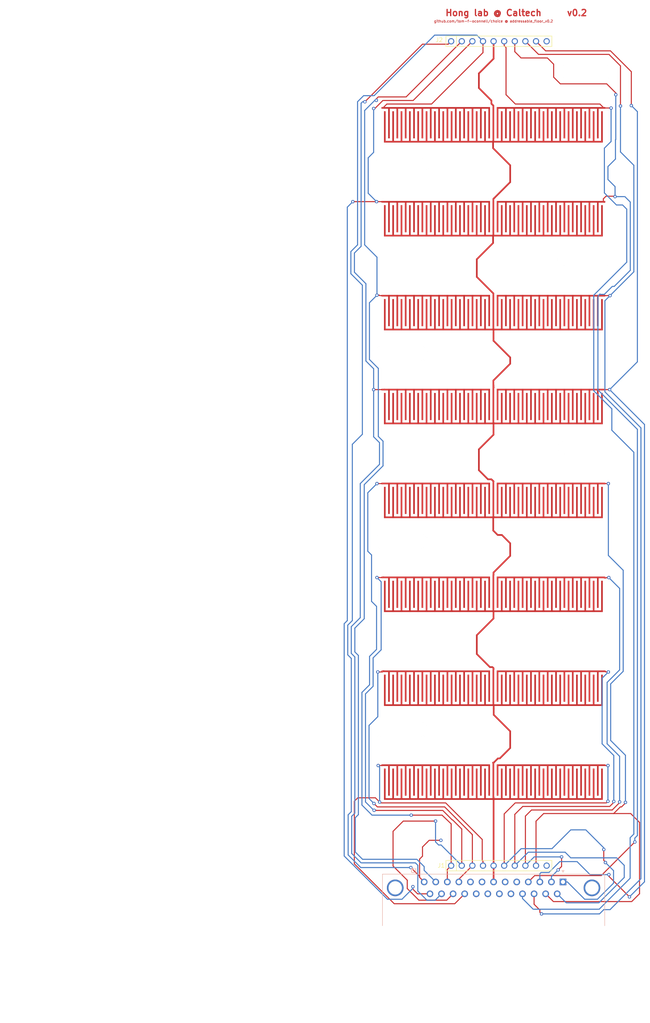
<source format=kicad_pcb>
(kicad_pcb (version 20171130) (host pcbnew "(2017-12-12 revision 8e764f8)-master")

  (general
    (thickness 1.6)
    (drawings 73)
    (tracks 591)
    (zones 0)
    (modules 11)
    (nets 28)
  )

  (page A4)
  (title_block
    (title "8 chamber shock conditioning floor grid")
    (date 11-12-2017)
    (company "Hong Lab @ Caltech")
  )

  (layers
    (0 F.Cu signal)
    (31 B.Cu signal)
    (32 B.Adhes user)
    (33 F.Adhes user)
    (34 B.Paste user)
    (35 F.Paste user)
    (36 B.SilkS user)
    (37 F.SilkS user)
    (38 B.Mask user)
    (39 F.Mask user)
    (40 Dwgs.User user)
    (41 Cmts.User user)
    (42 Eco1.User user)
    (43 Eco2.User user)
    (44 Edge.Cuts user)
    (45 Margin user)
    (46 B.CrtYd user)
    (47 F.CrtYd user)
    (48 B.Fab user)
    (49 F.Fab user)
  )

  (setup
    (last_trace_width 0.25)
    (user_trace_width 0.25)
    (user_trace_width 0.4)
    (trace_clearance 0.6)
    (zone_clearance 0.6)
    (zone_45_only no)
    (trace_min 0.2)
    (segment_width 0.2)
    (edge_width 0.15)
    (via_size 0.8)
    (via_drill 0.4)
    (via_min_size 0.4)
    (via_min_drill 0.3)
    (uvia_size 0.3)
    (uvia_drill 0.1)
    (uvias_allowed no)
    (uvia_min_size 0.2)
    (uvia_min_drill 0.1)
    (pcb_text_width 0.3)
    (pcb_text_size 1.5 1.5)
    (mod_edge_width 0.15)
    (mod_text_size 1 1)
    (mod_text_width 0.15)
    (pad_size 1.524 1.524)
    (pad_drill 0.762)
    (pad_to_mask_clearance 0.35)
    (aux_axis_origin 0 0)
    (grid_origin 160.03 66.08)
    (visible_elements FFFFFF7F)
    (pcbplotparams
      (layerselection 0x00000_ffffffff)
      (usegerberextensions true)
      (usegerberattributes false)
      (usegerberadvancedattributes false)
      (creategerberjobfile false)
      (excludeedgelayer false)
      (linewidth 0.100000)
      (plotframeref false)
      (viasonmask false)
      (mode 1)
      (useauxorigin false)
      (hpglpennumber 1)
      (hpglpenspeed 20)
      (hpglpendiameter 15)
      (psnegative false)
      (psa4output false)
      (plotreference false)
      (plotvalue false)
      (plotinvisibletext false)
      (padsonsilk false)
      (subtractmaskfromsilk false)
      (outputformat 1)
      (mirror false)
      (drillshape 0)
      (scaleselection 1)
      (outputdirectory ../gerber/floor_barebones/))
  )

  (net 0 "")
  (net 1 "Net-(J3-Pad20)")
  (net 2 "Net-(J1-Pad10)")
  (net 3 "Net-(J2-Pad10)")
  (net 4 /F8)
  (net 5 /F6)
  (net 6 /F4)
  (net 7 /F2)
  (net 8 /HV)
  (net 9 /F7)
  (net 10 /F5)
  (net 11 /F3)
  (net 12 /F1)
  (net 13 /F9)
  (net 14 /F11)
  (net 15 /F13)
  (net 16 /F15)
  (net 17 /F10)
  (net 18 /F12)
  (net 19 /F14)
  (net 20 /F16)
  (net 21 "Net-(J3-Pad21)")
  (net 22 "Net-(J3-Pad19)")
  (net 23 "Net-(J3-Pad18)")
  (net 24 "Net-(J3-Pad9)")
  (net 25 "Net-(J3-Pad8)")
  (net 26 "Net-(J3-Pad6)")
  (net 27 "Net-(J3-Pad5)")

  (net_class Default "This is the default net class."
    (clearance 0.6)
    (trace_width 0.25)
    (via_dia 0.8)
    (via_drill 0.4)
    (uvia_dia 0.3)
    (uvia_drill 0.1)
    (add_net /F1)
    (add_net /F10)
    (add_net /F11)
    (add_net /F12)
    (add_net /F13)
    (add_net /F14)
    (add_net /F15)
    (add_net /F16)
    (add_net /F2)
    (add_net /F3)
    (add_net /F4)
    (add_net /F5)
    (add_net /F6)
    (add_net /F7)
    (add_net /F8)
    (add_net /F9)
    (add_net /HV)
    (add_net "Net-(J1-Pad10)")
    (add_net "Net-(J2-Pad10)")
    (add_net "Net-(J3-Pad18)")
    (add_net "Net-(J3-Pad19)")
    (add_net "Net-(J3-Pad20)")
    (add_net "Net-(J3-Pad21)")
    (add_net "Net-(J3-Pad5)")
    (add_net "Net-(J3-Pad6)")
    (add_net "Net-(J3-Pad8)")
    (add_net "Net-(J3-Pad9)")
  )

  (module Connectors_DSub:DSUB-25_Male_Horizontal_Pitch2.77x2.84mm_EdgePinOffset7.70mm_Housed_MountingHolesOffset9.12mm (layer B.Cu) (tedit 59F2C3AB) (tstamp 5A2F65A0)
    (at 141.67 217.652501 180)
    (descr "25-pin D-Sub connector, horizontal/angled (90 deg), THT-mount, male, pitch 2.77x2.84mm, pin-PCB-offset 7.699999999999999mm, distance of mounting holes 47.1mm, distance of mounting holes to PCB edge 9.12mm, see https://disti-assets.s3.amazonaws.com/tonar/files/datasheets/16730.pdf")
    (tags "25-pin D-Sub connector horizontal angled 90deg THT male pitch 2.77x2.84mm pin-PCB-offset 7.699999999999999mm mounting-holes-distance 47.1mm mounting-hole-offset 47.1mm")
    (path /5A2622A3)
    (solder_mask_margin 0.2)
    (fp_text reference J3 (at 35.6 2.7 180) (layer B.SilkS)
      (effects (font (size 1 1) (thickness 0.15)) (justify mirror))
    )
    (fp_text value DB25_Male (at 16.62 -18.44 180) (layer B.Fab)
      (effects (font (size 1 1) (thickness 0.15)) (justify mirror))
    )
    (fp_text user %R (at 16.62 -13.94 180) (layer B.Fab)
      (effects (font (size 1 1) (thickness 0.15)) (justify mirror))
    )
    (fp_line (start 43.7 2.35) (end -10.45 2.35) (layer B.CrtYd) (width 0.05))
    (fp_line (start 43.7 -17.45) (end 43.7 2.35) (layer B.CrtYd) (width 0.05))
    (fp_line (start -10.45 -17.45) (end 43.7 -17.45) (layer B.CrtYd) (width 0.05))
    (fp_line (start -10.45 2.35) (end -10.45 -17.45) (layer B.CrtYd) (width 0.05))
    (fp_line (start 0 2.321325) (end -0.25 2.754338) (layer B.SilkS) (width 0.12))
    (fp_line (start 0.25 2.754338) (end 0 2.321325) (layer B.SilkS) (width 0.12))
    (fp_line (start -0.25 2.754338) (end 0.25 2.754338) (layer B.SilkS) (width 0.12))
    (fp_line (start 43.23 1.86) (end 43.23 -10.48) (layer B.SilkS) (width 0.12))
    (fp_line (start -9.99 1.86) (end 43.23 1.86) (layer B.SilkS) (width 0.12))
    (fp_line (start -9.99 -10.48) (end -9.99 1.86) (layer B.SilkS) (width 0.12))
    (fp_line (start 41.77 -10.54) (end 41.77 -1.42) (layer B.Fab) (width 0.1))
    (fp_line (start 38.57 -10.54) (end 38.57 -1.42) (layer B.Fab) (width 0.1))
    (fp_line (start -5.33 -10.54) (end -5.33 -1.42) (layer B.Fab) (width 0.1))
    (fp_line (start -8.53 -10.54) (end -8.53 -1.42) (layer B.Fab) (width 0.1))
    (fp_line (start 42.67 -10.94) (end 37.67 -10.94) (layer B.Fab) (width 0.1))
    (fp_line (start 42.67 -15.94) (end 42.67 -10.94) (layer B.Fab) (width 0.1))
    (fp_line (start 37.67 -15.94) (end 42.67 -15.94) (layer B.Fab) (width 0.1))
    (fp_line (start 37.67 -10.94) (end 37.67 -15.94) (layer B.Fab) (width 0.1))
    (fp_line (start -4.43 -10.94) (end -9.43 -10.94) (layer B.Fab) (width 0.1))
    (fp_line (start -4.43 -15.94) (end -4.43 -10.94) (layer B.Fab) (width 0.1))
    (fp_line (start -9.43 -15.94) (end -4.43 -15.94) (layer B.Fab) (width 0.1))
    (fp_line (start -9.43 -10.94) (end -9.43 -15.94) (layer B.Fab) (width 0.1))
    (fp_line (start 35.77 -10.94) (end -2.53 -10.94) (layer B.Fab) (width 0.1))
    (fp_line (start 35.77 -16.94) (end 35.77 -10.94) (layer B.Fab) (width 0.1))
    (fp_line (start -2.53 -16.94) (end 35.77 -16.94) (layer B.Fab) (width 0.1))
    (fp_line (start -2.53 -10.94) (end -2.53 -16.94) (layer B.Fab) (width 0.1))
    (fp_line (start 43.17 -10.54) (end -9.93 -10.54) (layer B.Fab) (width 0.1))
    (fp_line (start 43.17 -10.94) (end 43.17 -10.54) (layer B.Fab) (width 0.1))
    (fp_line (start -9.93 -10.94) (end 43.17 -10.94) (layer B.Fab) (width 0.1))
    (fp_line (start -9.93 -10.54) (end -9.93 -10.94) (layer B.Fab) (width 0.1))
    (fp_line (start 43.17 1.8) (end -9.93 1.8) (layer B.Fab) (width 0.1))
    (fp_line (start 43.17 -10.54) (end 43.17 1.8) (layer B.Fab) (width 0.1))
    (fp_line (start -9.93 -10.54) (end 43.17 -10.54) (layer B.Fab) (width 0.1))
    (fp_line (start -9.93 1.8) (end -9.93 -10.54) (layer B.Fab) (width 0.1))
    (fp_arc (start 40.17 -1.42) (end 38.57 -1.42) (angle -180) (layer B.Fab) (width 0.1))
    (fp_arc (start -6.93 -1.42) (end -8.53 -1.42) (angle -180) (layer B.Fab) (width 0.1))
    (pad 0 thru_hole circle (at 40.17 -1.42 180) (size 4 4) (drill 3.2) (layers *.Cu *.Mask))
    (pad 0 thru_hole circle (at -6.93 -1.42 180) (size 4 4) (drill 3.2) (layers *.Cu *.Mask))
    (pad 25 thru_hole circle (at 31.855 -2.84 180) (size 1.6 1.6) (drill 1) (layers *.Cu *.Mask)
      (net 11 /F3))
    (pad 24 thru_hole circle (at 29.085 -2.84 180) (size 1.6 1.6) (drill 1) (layers *.Cu *.Mask)
      (net 9 /F7))
    (pad 23 thru_hole circle (at 26.315 -2.84 180) (size 1.6 1.6) (drill 1) (layers *.Cu *.Mask)
      (net 14 /F11))
    (pad 22 thru_hole circle (at 23.545 -2.84 180) (size 1.6 1.6) (drill 1) (layers *.Cu *.Mask)
      (net 16 /F15))
    (pad 21 thru_hole circle (at 20.775 -2.84 180) (size 1.6 1.6) (drill 1) (layers *.Cu *.Mask)
      (net 21 "Net-(J3-Pad21)"))
    (pad 20 thru_hole circle (at 18.005 -2.84 180) (size 1.6 1.6) (drill 1) (layers *.Cu *.Mask)
      (net 1 "Net-(J3-Pad20)"))
    (pad 19 thru_hole circle (at 15.235 -2.84 180) (size 1.6 1.6) (drill 1) (layers *.Cu *.Mask)
      (net 22 "Net-(J3-Pad19)"))
    (pad 18 thru_hole circle (at 12.465 -2.84 180) (size 1.6 1.6) (drill 1) (layers *.Cu *.Mask)
      (net 23 "Net-(J3-Pad18)"))
    (pad 17 thru_hole circle (at 9.695 -2.84 180) (size 1.6 1.6) (drill 1) (layers *.Cu *.Mask)
      (net 7 /F2))
    (pad 16 thru_hole circle (at 6.925 -2.84 180) (size 1.6 1.6) (drill 1) (layers *.Cu *.Mask)
      (net 5 /F6))
    (pad 15 thru_hole circle (at 4.155 -2.84 180) (size 1.6 1.6) (drill 1) (layers *.Cu *.Mask)
      (net 17 /F10))
    (pad 14 thru_hole circle (at 1.385 -2.84 180) (size 1.6 1.6) (drill 1) (layers *.Cu *.Mask)
      (net 19 /F14))
    (pad 13 thru_hole circle (at 33.24 0 180) (size 1.6 1.6) (drill 1) (layers *.Cu *.Mask)
      (net 12 /F1))
    (pad 12 thru_hole circle (at 30.47 0 180) (size 1.6 1.6) (drill 1) (layers *.Cu *.Mask)
      (net 10 /F5))
    (pad 11 thru_hole circle (at 27.7 0 180) (size 1.6 1.6) (drill 1) (layers *.Cu *.Mask)
      (net 13 /F9))
    (pad 10 thru_hole circle (at 24.93 0 180) (size 1.6 1.6) (drill 1) (layers *.Cu *.Mask)
      (net 15 /F13))
    (pad 9 thru_hole circle (at 22.16 0 180) (size 1.6 1.6) (drill 1) (layers *.Cu *.Mask)
      (net 24 "Net-(J3-Pad9)"))
    (pad 8 thru_hole circle (at 19.39 0 180) (size 1.6 1.6) (drill 1) (layers *.Cu *.Mask)
      (net 25 "Net-(J3-Pad8)"))
    (pad 7 thru_hole circle (at 16.62 0 180) (size 1.6 1.6) (drill 1) (layers *.Cu *.Mask)
      (net 8 /HV))
    (pad 6 thru_hole circle (at 13.85 0 180) (size 1.6 1.6) (drill 1) (layers *.Cu *.Mask)
      (net 26 "Net-(J3-Pad6)"))
    (pad 5 thru_hole circle (at 11.08 0 180) (size 1.6 1.6) (drill 1) (layers *.Cu *.Mask)
      (net 27 "Net-(J3-Pad5)"))
    (pad 4 thru_hole circle (at 8.31 0 180) (size 1.6 1.6) (drill 1) (layers *.Cu *.Mask)
      (net 6 /F4))
    (pad 3 thru_hole circle (at 5.54 0 180) (size 1.6 1.6) (drill 1) (layers *.Cu *.Mask)
      (net 4 /F8))
    (pad 2 thru_hole circle (at 2.77 0 180) (size 1.6 1.6) (drill 1) (layers *.Cu *.Mask)
      (net 18 /F12))
    (pad 1 thru_hole rect (at 0 0 180) (size 1.6 1.6) (drill 1) (layers *.Cu *.Mask)
      (net 20 /F16))
    (model ${KISYS3DMOD}/Connectors_DSub.3dshapes/DSUB-25_Male_Horizontal_Pitch2.77x2.84mm_EdgePinOffset7.70mm_Housed_MountingHolesOffset9.12mm.wrl
      (at (xyz 0 0 0))
      (scale (xyz 1 1 1))
      (rotate (xyz 0 0 0))
    )
  )

  (module footprints:SIP-10_2.54mm_1mm_clearance (layer F.Cu) (tedit 0) (tstamp 5A00B508)
    (at 126.32 16.3858)
    (path /59F76DF3)
    (solder_mask_margin 0.2)
    (fp_text reference J2 (at -14.29 -0.3058) (layer F.SilkS)
      (effects (font (size 1 1) (thickness 0.15)))
    )
    (fp_text value Conn_01x10_Male (at 0 -2.25) (layer F.Fab)
      (effects (font (size 1 1) (thickness 0.15)))
    )
    (fp_line (start -12.68 -1.25) (end 12.68 -1.25) (layer F.SilkS) (width 0.15))
    (fp_line (start 12.68 -1.25) (end 12.68 1.25) (layer F.SilkS) (width 0.15))
    (fp_line (start 12.68 1.25) (end -12.68 1.25) (layer F.SilkS) (width 0.15))
    (fp_line (start -12.68 1.25) (end -12.68 -1.25) (layer F.SilkS) (width 0.15))
    (fp_line (start -10.16 -1.25) (end -10.16 1.25) (layer F.SilkS) (width 0.15))
    (fp_line (start -12.85 -1.4) (end 12.85 -1.4) (layer F.CrtYd) (width 0.05))
    (fp_line (start 12.85 -1.4) (end 12.85 1.4) (layer F.CrtYd) (width 0.05))
    (fp_line (start 12.85 1.4) (end -12.85 1.4) (layer F.CrtYd) (width 0.05))
    (fp_line (start -12.85 1.4) (end -12.85 -1.4) (layer F.CrtYd) (width 0.05))
    (pad 1 thru_hole circle (at -11.43 0) (size 1.5 1.5) (drill 1) (layers *.Cu *.Mask)
      (net 9 /F7))
    (pad 2 thru_hole circle (at -8.89 0) (size 1.5 1.5) (drill 1) (layers *.Cu *.Mask)
      (net 10 /F5))
    (pad 3 thru_hole circle (at -6.35 0) (size 1.5 1.5) (drill 1) (layers *.Cu *.Mask)
      (net 11 /F3))
    (pad 4 thru_hole circle (at -3.81 0) (size 1.5 1.5) (drill 1) (layers *.Cu *.Mask)
      (net 12 /F1))
    (pad 5 thru_hole circle (at -1.27 0) (size 1.5 1.5) (drill 1) (layers *.Cu *.Mask)
      (net 8 /HV))
    (pad 6 thru_hole circle (at 1.27 0) (size 1.5 1.5) (drill 1) (layers *.Cu *.Mask)
      (net 7 /F2))
    (pad 7 thru_hole circle (at 3.81 0) (size 1.5 1.5) (drill 1) (layers *.Cu *.Mask)
      (net 6 /F4))
    (pad 8 thru_hole circle (at 6.35 0) (size 1.5 1.5) (drill 1) (layers *.Cu *.Mask)
      (net 5 /F6))
    (pad 9 thru_hole circle (at 8.89 0) (size 1.5 1.5) (drill 1) (layers *.Cu *.Mask)
      (net 4 /F8))
    (pad 10 thru_hole circle (at 11.43 0) (size 1.5 1.5) (drill 1) (layers *.Cu *.Mask)
      (net 3 "Net-(J2-Pad10)"))
  )

  (module footprints:SIP-10_2.54mm_1mm_clearance (layer F.Cu) (tedit 0) (tstamp 5A26B194)
    (at 126.32 213.75)
    (path /59F76D5B)
    (solder_mask_margin 0.2)
    (fp_text reference J1 (at -13.8 -0.025) (layer F.SilkS)
      (effects (font (size 1 1) (thickness 0.15)))
    )
    (fp_text value Conn_01x10_Male (at -0.05 -2.25) (layer F.Fab)
      (effects (font (size 1 1) (thickness 0.15)))
    )
    (fp_line (start -12.85 1.4) (end -12.85 -1.4) (layer F.CrtYd) (width 0.05))
    (fp_line (start 12.85 1.4) (end -12.85 1.4) (layer F.CrtYd) (width 0.05))
    (fp_line (start 12.85 -1.4) (end 12.85 1.4) (layer F.CrtYd) (width 0.05))
    (fp_line (start -12.85 -1.4) (end 12.85 -1.4) (layer F.CrtYd) (width 0.05))
    (fp_line (start -10.16 -1.25) (end -10.16 1.25) (layer F.SilkS) (width 0.15))
    (fp_line (start -12.68 1.25) (end -12.68 -1.25) (layer F.SilkS) (width 0.15))
    (fp_line (start 12.68 1.25) (end -12.68 1.25) (layer F.SilkS) (width 0.15))
    (fp_line (start 12.68 -1.25) (end 12.68 1.25) (layer F.SilkS) (width 0.15))
    (fp_line (start -12.68 -1.25) (end 12.68 -1.25) (layer F.SilkS) (width 0.15))
    (pad 10 thru_hole circle (at 11.43 0) (size 1.5 1.5) (drill 1) (layers *.Cu *.Mask)
      (net 2 "Net-(J1-Pad10)"))
    (pad 9 thru_hole circle (at 8.89 0) (size 1.5 1.5) (drill 1) (layers *.Cu *.Mask)
      (net 17 /F10))
    (pad 8 thru_hole circle (at 6.35 0) (size 1.5 1.5) (drill 1) (layers *.Cu *.Mask)
      (net 18 /F12))
    (pad 7 thru_hole circle (at 3.81 0) (size 1.5 1.5) (drill 1) (layers *.Cu *.Mask)
      (net 19 /F14))
    (pad 6 thru_hole circle (at 1.27 0) (size 1.5 1.5) (drill 1) (layers *.Cu *.Mask)
      (net 20 /F16))
    (pad 5 thru_hole circle (at -1.27 0) (size 1.5 1.5) (drill 1) (layers *.Cu *.Mask)
      (net 8 /HV))
    (pad 4 thru_hole circle (at -3.81 0) (size 1.5 1.5) (drill 1) (layers *.Cu *.Mask)
      (net 16 /F15))
    (pad 3 thru_hole circle (at -6.35 0) (size 1.5 1.5) (drill 1) (layers *.Cu *.Mask)
      (net 15 /F13))
    (pad 2 thru_hole circle (at -8.89 0) (size 1.5 1.5) (drill 1) (layers *.Cu *.Mask)
      (net 14 /F11))
    (pad 1 thru_hole circle (at -11.43 0) (size 1.5 1.5) (drill 1) (layers *.Cu *.Mask)
      (net 13 /F9))
  )

  (module footprints:electrodes_clearance0.6mm_W0.4mm_centerflush (layer F.Cu) (tedit 0) (tstamp 5A2F6FAC)
    (at 125 193.75)
    (descr "Electrodes for shocking either side of one behavior chamber, for conditioning Drosophila to avoid odors paired with the shock.")
    (path /59F7866D)
    (solder_mask_margin 0.5)
    (fp_text reference J4 (at -16.08 -4.675) (layer Cmts.User)
      (effects (font (thickness 0.15)))
    )
    (fp_text value shock_grid (at 16.08 -4.675) (layer Cmts.User)
      (effects (font (thickness 0.15)))
    )
    (pad 2 smd custom (at -26.3 -4.05) (size 0.000001 0.000001) (layers F.Cu F.Mask)
      (net 16 /F15)
      (options (clearance outline) (anchor circle))
      (primitives
        (gr_poly (pts
           (xy 25.5 -0.2) (xy 25.5 7.3) (xy 25.1 7.3) (xy 25.1 0.2) (xy 23.5 0.2)
           (xy 23.5 7.3) (xy 23.1 7.3) (xy 23.1 0.2) (xy 21.5 0.2) (xy 21.5 7.3)
           (xy 21.1 7.3) (xy 21.1 0.2) (xy 19.5 0.2) (xy 19.5 7.3) (xy 19.1 7.3)
           (xy 19.1 0.2) (xy 17.5 0.2) (xy 17.5 7.3) (xy 17.1 7.3) (xy 17.1 0.2)
           (xy 15.5 0.2) (xy 15.5 7.3) (xy 15.1 7.3) (xy 15.1 0.2) (xy 13.5 0.2)
           (xy 13.5 7.3) (xy 13.1 7.3) (xy 13.1 0.2) (xy 11.5 0.2) (xy 11.5 7.3)
           (xy 11.1 7.3) (xy 11.1 0.2) (xy 9.5 0.2) (xy 9.5 7.3) (xy 9.1 7.3)
           (xy 9.1 0.2) (xy 7.5 0.2) (xy 7.5 7.3) (xy 7.1 7.3) (xy 7.1 0.2)
           (xy 5.5 0.2) (xy 5.5 7.3) (xy 5.1 7.3) (xy 5.1 0.2) (xy 3.5 0.2)
           (xy 3.5 7.3) (xy 3.1 7.3) (xy 3.1 0.2) (xy 1.5 0.2) (xy 1.5 7.3)
           (xy 1.1 7.3) (xy 1.1 0.2) (xy -0.5 0.2) (xy -0.5 -0.2)) (width 0.000001))
      ))
    (pad 1 smd custom (at 26.3 -4.05) (size 0.000001 0.000001) (layers F.Cu F.Mask)
      (net 20 /F16)
      (options (clearance outline) (anchor circle))
      (primitives
        (gr_poly (pts
           (xy -25.5 -0.2) (xy -25.5 7.3) (xy -25.1 7.3) (xy -25.1 0.2) (xy -23.5 0.2)
           (xy -23.5 7.3) (xy -23.1 7.3) (xy -23.1 0.2) (xy -21.5 0.2) (xy -21.5 7.3)
           (xy -21.1 7.3) (xy -21.1 0.2) (xy -19.5 0.2) (xy -19.5 7.3) (xy -19.1 7.3)
           (xy -19.1 0.2) (xy -17.5 0.2) (xy -17.5 7.3) (xy -17.1 7.3) (xy -17.1 0.2)
           (xy -15.5 0.2) (xy -15.5 7.3) (xy -15.1 7.3) (xy -15.1 0.2) (xy -13.5 0.2)
           (xy -13.5 7.3) (xy -13.1 7.3) (xy -13.1 0.2) (xy -11.5 0.2) (xy -11.5 7.3)
           (xy -11.1 7.3) (xy -11.1 0.2) (xy -9.5 0.2) (xy -9.5 7.3) (xy -9.1 7.3)
           (xy -9.1 0.2) (xy -7.5 0.2) (xy -7.5 7.3) (xy -7.1 7.3) (xy -7.1 0.2)
           (xy -5.5 0.2) (xy -5.5 7.3) (xy -5.1 7.3) (xy -5.1 0.2) (xy -3.5 0.2)
           (xy -3.5 7.3) (xy -3.1 7.3) (xy -3.1 0.2) (xy -1.5 0.2) (xy -1.5 7.3)
           (xy -1.1 7.3) (xy -1.1 0.2) (xy 0.5 0.2) (xy 0.5 -0.2)) (width 0.000001))
      ))
    (pad 0 smd custom (at 0 3.75) (size 0.000001 0.000001) (layers F.Cu F.Mask)
      (net 8 /HV)
      (options (clearance outline) (anchor circle))
      (primitives
        (gr_poly (pts
           (xy -0.2 -8) (xy 0.2 -8) (xy 0.2 0.1) (xy 1.8 0.1) (xy 1.8 -7)
           (xy 2.2 -7) (xy 2.2 0.1) (xy 3.8 0.1) (xy 3.8 -7) (xy 4.2 -7)
           (xy 4.2 0.1) (xy 5.8 0.1) (xy 5.8 -7) (xy 6.2 -7) (xy 6.2 0.1)
           (xy 7.8 0.1) (xy 7.8 -7) (xy 8.2 -7) (xy 8.2 0.1) (xy 9.8 0.1)
           (xy 9.8 -7) (xy 10.2 -7) (xy 10.2 0.1) (xy 11.8 0.1) (xy 11.8 -7)
           (xy 12.2 -7) (xy 12.2 0.1) (xy 13.8 0.1) (xy 13.8 -7) (xy 14.2 -7)
           (xy 14.2 0.1) (xy 15.8 0.1) (xy 15.8 -7) (xy 16.2 -7) (xy 16.2 0.1)
           (xy 17.8 0.1) (xy 17.8 -7) (xy 18.2 -7) (xy 18.2 0.1) (xy 19.8 0.1)
           (xy 19.8 -7) (xy 20.2 -7) (xy 20.2 0.1) (xy 21.8 0.1) (xy 21.8 -7)
           (xy 22.2 -7) (xy 22.2 0.1) (xy 23.8 0.1) (xy 23.8 -7) (xy 24.2 -7)
           (xy 24.2 0.1) (xy 25.8 0.1) (xy 25.8 -7) (xy 26.2 -7) (xy 26.2 0.5)
           (xy 0.2 0.5) (xy -0.2 0.5) (xy -26.2 0.5) (xy -26.2 -7) (xy -25.8 -7)
           (xy -25.8 0.1) (xy -24.2 0.1) (xy -24.2 -7) (xy -23.8 -7) (xy -23.8 0.1)
           (xy -22.2 0.1) (xy -22.2 -7) (xy -21.8 -7) (xy -21.8 0.1) (xy -20.2 0.1)
           (xy -20.2 -7) (xy -19.8 -7) (xy -19.8 0.1) (xy -18.2 0.1) (xy -18.2 -7)
           (xy -17.8 -7) (xy -17.8 0.1) (xy -16.2 0.1) (xy -16.2 -7) (xy -15.8 -7)
           (xy -15.8 0.1) (xy -14.2 0.1) (xy -14.2 -7) (xy -13.8 -7) (xy -13.8 0.1)
           (xy -12.2 0.1) (xy -12.2 -7) (xy -11.8 -7) (xy -11.8 0.1) (xy -10.2 0.1)
           (xy -10.2 -7) (xy -9.8 -7) (xy -9.8 0.1) (xy -8.2 0.1) (xy -8.2 -7)
           (xy -7.8 -7) (xy -7.8 0.1) (xy -6.2 0.1) (xy -6.2 -7) (xy -5.8 -7)
           (xy -5.8 0.1) (xy -4.2 0.1) (xy -4.2 -7) (xy -3.8 -7) (xy -3.8 0.1)
           (xy -2.2 0.1) (xy -2.2 -7) (xy -1.8 -7) (xy -1.8 0.1) (xy -0.2 0.1)
) (width 0.000001))
      ))
  )

  (module footprints:electrodes_clearance0.6mm_W0.4mm_centerflush (layer F.Cu) (tedit 0) (tstamp 5A2F6FB3)
    (at 125 171.2694)
    (descr "Electrodes for shocking either side of one behavior chamber, for conditioning Drosophila to avoid odors paired with the shock.")
    (path /59F78242)
    (solder_mask_margin 0.5)
    (fp_text reference J5 (at -16.08 -4.675) (layer Cmts.User)
      (effects (font (thickness 0.15)))
    )
    (fp_text value shock_grid (at 16.08 -4.675) (layer Cmts.User)
      (effects (font (thickness 0.15)))
    )
    (pad 0 smd custom (at 0 3.75) (size 0.000001 0.000001) (layers F.Cu F.Mask)
      (net 8 /HV)
      (options (clearance outline) (anchor circle))
      (primitives
        (gr_poly (pts
           (xy -0.2 -8) (xy 0.2 -8) (xy 0.2 0.1) (xy 1.8 0.1) (xy 1.8 -7)
           (xy 2.2 -7) (xy 2.2 0.1) (xy 3.8 0.1) (xy 3.8 -7) (xy 4.2 -7)
           (xy 4.2 0.1) (xy 5.8 0.1) (xy 5.8 -7) (xy 6.2 -7) (xy 6.2 0.1)
           (xy 7.8 0.1) (xy 7.8 -7) (xy 8.2 -7) (xy 8.2 0.1) (xy 9.8 0.1)
           (xy 9.8 -7) (xy 10.2 -7) (xy 10.2 0.1) (xy 11.8 0.1) (xy 11.8 -7)
           (xy 12.2 -7) (xy 12.2 0.1) (xy 13.8 0.1) (xy 13.8 -7) (xy 14.2 -7)
           (xy 14.2 0.1) (xy 15.8 0.1) (xy 15.8 -7) (xy 16.2 -7) (xy 16.2 0.1)
           (xy 17.8 0.1) (xy 17.8 -7) (xy 18.2 -7) (xy 18.2 0.1) (xy 19.8 0.1)
           (xy 19.8 -7) (xy 20.2 -7) (xy 20.2 0.1) (xy 21.8 0.1) (xy 21.8 -7)
           (xy 22.2 -7) (xy 22.2 0.1) (xy 23.8 0.1) (xy 23.8 -7) (xy 24.2 -7)
           (xy 24.2 0.1) (xy 25.8 0.1) (xy 25.8 -7) (xy 26.2 -7) (xy 26.2 0.5)
           (xy 0.2 0.5) (xy -0.2 0.5) (xy -26.2 0.5) (xy -26.2 -7) (xy -25.8 -7)
           (xy -25.8 0.1) (xy -24.2 0.1) (xy -24.2 -7) (xy -23.8 -7) (xy -23.8 0.1)
           (xy -22.2 0.1) (xy -22.2 -7) (xy -21.8 -7) (xy -21.8 0.1) (xy -20.2 0.1)
           (xy -20.2 -7) (xy -19.8 -7) (xy -19.8 0.1) (xy -18.2 0.1) (xy -18.2 -7)
           (xy -17.8 -7) (xy -17.8 0.1) (xy -16.2 0.1) (xy -16.2 -7) (xy -15.8 -7)
           (xy -15.8 0.1) (xy -14.2 0.1) (xy -14.2 -7) (xy -13.8 -7) (xy -13.8 0.1)
           (xy -12.2 0.1) (xy -12.2 -7) (xy -11.8 -7) (xy -11.8 0.1) (xy -10.2 0.1)
           (xy -10.2 -7) (xy -9.8 -7) (xy -9.8 0.1) (xy -8.2 0.1) (xy -8.2 -7)
           (xy -7.8 -7) (xy -7.8 0.1) (xy -6.2 0.1) (xy -6.2 -7) (xy -5.8 -7)
           (xy -5.8 0.1) (xy -4.2 0.1) (xy -4.2 -7) (xy -3.8 -7) (xy -3.8 0.1)
           (xy -2.2 0.1) (xy -2.2 -7) (xy -1.8 -7) (xy -1.8 0.1) (xy -0.2 0.1)
) (width 0.000001))
      ))
    (pad 1 smd custom (at 26.3 -4.05) (size 0.000001 0.000001) (layers F.Cu F.Mask)
      (net 19 /F14)
      (options (clearance outline) (anchor circle))
      (primitives
        (gr_poly (pts
           (xy -25.5 -0.2) (xy -25.5 7.3) (xy -25.1 7.3) (xy -25.1 0.2) (xy -23.5 0.2)
           (xy -23.5 7.3) (xy -23.1 7.3) (xy -23.1 0.2) (xy -21.5 0.2) (xy -21.5 7.3)
           (xy -21.1 7.3) (xy -21.1 0.2) (xy -19.5 0.2) (xy -19.5 7.3) (xy -19.1 7.3)
           (xy -19.1 0.2) (xy -17.5 0.2) (xy -17.5 7.3) (xy -17.1 7.3) (xy -17.1 0.2)
           (xy -15.5 0.2) (xy -15.5 7.3) (xy -15.1 7.3) (xy -15.1 0.2) (xy -13.5 0.2)
           (xy -13.5 7.3) (xy -13.1 7.3) (xy -13.1 0.2) (xy -11.5 0.2) (xy -11.5 7.3)
           (xy -11.1 7.3) (xy -11.1 0.2) (xy -9.5 0.2) (xy -9.5 7.3) (xy -9.1 7.3)
           (xy -9.1 0.2) (xy -7.5 0.2) (xy -7.5 7.3) (xy -7.1 7.3) (xy -7.1 0.2)
           (xy -5.5 0.2) (xy -5.5 7.3) (xy -5.1 7.3) (xy -5.1 0.2) (xy -3.5 0.2)
           (xy -3.5 7.3) (xy -3.1 7.3) (xy -3.1 0.2) (xy -1.5 0.2) (xy -1.5 7.3)
           (xy -1.1 7.3) (xy -1.1 0.2) (xy 0.5 0.2) (xy 0.5 -0.2)) (width 0.000001))
      ))
    (pad 2 smd custom (at -26.3 -4.05) (size 0.000001 0.000001) (layers F.Cu F.Mask)
      (net 15 /F13)
      (options (clearance outline) (anchor circle))
      (primitives
        (gr_poly (pts
           (xy 25.5 -0.2) (xy 25.5 7.3) (xy 25.1 7.3) (xy 25.1 0.2) (xy 23.5 0.2)
           (xy 23.5 7.3) (xy 23.1 7.3) (xy 23.1 0.2) (xy 21.5 0.2) (xy 21.5 7.3)
           (xy 21.1 7.3) (xy 21.1 0.2) (xy 19.5 0.2) (xy 19.5 7.3) (xy 19.1 7.3)
           (xy 19.1 0.2) (xy 17.5 0.2) (xy 17.5 7.3) (xy 17.1 7.3) (xy 17.1 0.2)
           (xy 15.5 0.2) (xy 15.5 7.3) (xy 15.1 7.3) (xy 15.1 0.2) (xy 13.5 0.2)
           (xy 13.5 7.3) (xy 13.1 7.3) (xy 13.1 0.2) (xy 11.5 0.2) (xy 11.5 7.3)
           (xy 11.1 7.3) (xy 11.1 0.2) (xy 9.5 0.2) (xy 9.5 7.3) (xy 9.1 7.3)
           (xy 9.1 0.2) (xy 7.5 0.2) (xy 7.5 7.3) (xy 7.1 7.3) (xy 7.1 0.2)
           (xy 5.5 0.2) (xy 5.5 7.3) (xy 5.1 7.3) (xy 5.1 0.2) (xy 3.5 0.2)
           (xy 3.5 7.3) (xy 3.1 7.3) (xy 3.1 0.2) (xy 1.5 0.2) (xy 1.5 7.3)
           (xy 1.1 7.3) (xy 1.1 0.2) (xy -0.5 0.2) (xy -0.5 -0.2)) (width 0.000001))
      ))
  )

  (module footprints:electrodes_clearance0.6mm_W0.4mm_centerflush (layer F.Cu) (tedit 0) (tstamp 5A2F6FBA)
    (at 125 148.7888)
    (descr "Electrodes for shocking either side of one behavior chamber, for conditioning Drosophila to avoid odors paired with the shock.")
    (path /59F780F5)
    (solder_mask_margin 0.5)
    (fp_text reference J6 (at -16.08 -4.675) (layer Cmts.User)
      (effects (font (thickness 0.15)))
    )
    (fp_text value shock_grid (at 16.08 -4.675) (layer Cmts.User)
      (effects (font (thickness 0.15)))
    )
    (pad 2 smd custom (at -26.3 -4.05) (size 0.000001 0.000001) (layers F.Cu F.Mask)
      (net 14 /F11)
      (options (clearance outline) (anchor circle))
      (primitives
        (gr_poly (pts
           (xy 25.5 -0.2) (xy 25.5 7.3) (xy 25.1 7.3) (xy 25.1 0.2) (xy 23.5 0.2)
           (xy 23.5 7.3) (xy 23.1 7.3) (xy 23.1 0.2) (xy 21.5 0.2) (xy 21.5 7.3)
           (xy 21.1 7.3) (xy 21.1 0.2) (xy 19.5 0.2) (xy 19.5 7.3) (xy 19.1 7.3)
           (xy 19.1 0.2) (xy 17.5 0.2) (xy 17.5 7.3) (xy 17.1 7.3) (xy 17.1 0.2)
           (xy 15.5 0.2) (xy 15.5 7.3) (xy 15.1 7.3) (xy 15.1 0.2) (xy 13.5 0.2)
           (xy 13.5 7.3) (xy 13.1 7.3) (xy 13.1 0.2) (xy 11.5 0.2) (xy 11.5 7.3)
           (xy 11.1 7.3) (xy 11.1 0.2) (xy 9.5 0.2) (xy 9.5 7.3) (xy 9.1 7.3)
           (xy 9.1 0.2) (xy 7.5 0.2) (xy 7.5 7.3) (xy 7.1 7.3) (xy 7.1 0.2)
           (xy 5.5 0.2) (xy 5.5 7.3) (xy 5.1 7.3) (xy 5.1 0.2) (xy 3.5 0.2)
           (xy 3.5 7.3) (xy 3.1 7.3) (xy 3.1 0.2) (xy 1.5 0.2) (xy 1.5 7.3)
           (xy 1.1 7.3) (xy 1.1 0.2) (xy -0.5 0.2) (xy -0.5 -0.2)) (width 0.000001))
      ))
    (pad 1 smd custom (at 26.3 -4.05) (size 0.000001 0.000001) (layers F.Cu F.Mask)
      (net 18 /F12)
      (options (clearance outline) (anchor circle))
      (primitives
        (gr_poly (pts
           (xy -25.5 -0.2) (xy -25.5 7.3) (xy -25.1 7.3) (xy -25.1 0.2) (xy -23.5 0.2)
           (xy -23.5 7.3) (xy -23.1 7.3) (xy -23.1 0.2) (xy -21.5 0.2) (xy -21.5 7.3)
           (xy -21.1 7.3) (xy -21.1 0.2) (xy -19.5 0.2) (xy -19.5 7.3) (xy -19.1 7.3)
           (xy -19.1 0.2) (xy -17.5 0.2) (xy -17.5 7.3) (xy -17.1 7.3) (xy -17.1 0.2)
           (xy -15.5 0.2) (xy -15.5 7.3) (xy -15.1 7.3) (xy -15.1 0.2) (xy -13.5 0.2)
           (xy -13.5 7.3) (xy -13.1 7.3) (xy -13.1 0.2) (xy -11.5 0.2) (xy -11.5 7.3)
           (xy -11.1 7.3) (xy -11.1 0.2) (xy -9.5 0.2) (xy -9.5 7.3) (xy -9.1 7.3)
           (xy -9.1 0.2) (xy -7.5 0.2) (xy -7.5 7.3) (xy -7.1 7.3) (xy -7.1 0.2)
           (xy -5.5 0.2) (xy -5.5 7.3) (xy -5.1 7.3) (xy -5.1 0.2) (xy -3.5 0.2)
           (xy -3.5 7.3) (xy -3.1 7.3) (xy -3.1 0.2) (xy -1.5 0.2) (xy -1.5 7.3)
           (xy -1.1 7.3) (xy -1.1 0.2) (xy 0.5 0.2) (xy 0.5 -0.2)) (width 0.000001))
      ))
    (pad 0 smd custom (at 0 3.75) (size 0.000001 0.000001) (layers F.Cu F.Mask)
      (net 8 /HV)
      (options (clearance outline) (anchor circle))
      (primitives
        (gr_poly (pts
           (xy -0.2 -8) (xy 0.2 -8) (xy 0.2 0.1) (xy 1.8 0.1) (xy 1.8 -7)
           (xy 2.2 -7) (xy 2.2 0.1) (xy 3.8 0.1) (xy 3.8 -7) (xy 4.2 -7)
           (xy 4.2 0.1) (xy 5.8 0.1) (xy 5.8 -7) (xy 6.2 -7) (xy 6.2 0.1)
           (xy 7.8 0.1) (xy 7.8 -7) (xy 8.2 -7) (xy 8.2 0.1) (xy 9.8 0.1)
           (xy 9.8 -7) (xy 10.2 -7) (xy 10.2 0.1) (xy 11.8 0.1) (xy 11.8 -7)
           (xy 12.2 -7) (xy 12.2 0.1) (xy 13.8 0.1) (xy 13.8 -7) (xy 14.2 -7)
           (xy 14.2 0.1) (xy 15.8 0.1) (xy 15.8 -7) (xy 16.2 -7) (xy 16.2 0.1)
           (xy 17.8 0.1) (xy 17.8 -7) (xy 18.2 -7) (xy 18.2 0.1) (xy 19.8 0.1)
           (xy 19.8 -7) (xy 20.2 -7) (xy 20.2 0.1) (xy 21.8 0.1) (xy 21.8 -7)
           (xy 22.2 -7) (xy 22.2 0.1) (xy 23.8 0.1) (xy 23.8 -7) (xy 24.2 -7)
           (xy 24.2 0.1) (xy 25.8 0.1) (xy 25.8 -7) (xy 26.2 -7) (xy 26.2 0.5)
           (xy 0.2 0.5) (xy -0.2 0.5) (xy -26.2 0.5) (xy -26.2 -7) (xy -25.8 -7)
           (xy -25.8 0.1) (xy -24.2 0.1) (xy -24.2 -7) (xy -23.8 -7) (xy -23.8 0.1)
           (xy -22.2 0.1) (xy -22.2 -7) (xy -21.8 -7) (xy -21.8 0.1) (xy -20.2 0.1)
           (xy -20.2 -7) (xy -19.8 -7) (xy -19.8 0.1) (xy -18.2 0.1) (xy -18.2 -7)
           (xy -17.8 -7) (xy -17.8 0.1) (xy -16.2 0.1) (xy -16.2 -7) (xy -15.8 -7)
           (xy -15.8 0.1) (xy -14.2 0.1) (xy -14.2 -7) (xy -13.8 -7) (xy -13.8 0.1)
           (xy -12.2 0.1) (xy -12.2 -7) (xy -11.8 -7) (xy -11.8 0.1) (xy -10.2 0.1)
           (xy -10.2 -7) (xy -9.8 -7) (xy -9.8 0.1) (xy -8.2 0.1) (xy -8.2 -7)
           (xy -7.8 -7) (xy -7.8 0.1) (xy -6.2 0.1) (xy -6.2 -7) (xy -5.8 -7)
           (xy -5.8 0.1) (xy -4.2 0.1) (xy -4.2 -7) (xy -3.8 -7) (xy -3.8 0.1)
           (xy -2.2 0.1) (xy -2.2 -7) (xy -1.8 -7) (xy -1.8 0.1) (xy -0.2 0.1)
) (width 0.000001))
      ))
  )

  (module footprints:electrodes_clearance0.6mm_W0.4mm_centerflush (layer F.Cu) (tedit 0) (tstamp 5A2F6FC1)
    (at 125 126.3082)
    (descr "Electrodes for shocking either side of one behavior chamber, for conditioning Drosophila to avoid odors paired with the shock.")
    (path /59F77FF1)
    (solder_mask_margin 0.5)
    (fp_text reference J7 (at -16.08 -4.675) (layer Cmts.User)
      (effects (font (thickness 0.15)))
    )
    (fp_text value shock_grid (at 16.08 -4.675) (layer Cmts.User)
      (effects (font (thickness 0.15)))
    )
    (pad 0 smd custom (at 0 3.75) (size 0.000001 0.000001) (layers F.Cu F.Mask)
      (net 8 /HV)
      (options (clearance outline) (anchor circle))
      (primitives
        (gr_poly (pts
           (xy -0.2 -8) (xy 0.2 -8) (xy 0.2 0.1) (xy 1.8 0.1) (xy 1.8 -7)
           (xy 2.2 -7) (xy 2.2 0.1) (xy 3.8 0.1) (xy 3.8 -7) (xy 4.2 -7)
           (xy 4.2 0.1) (xy 5.8 0.1) (xy 5.8 -7) (xy 6.2 -7) (xy 6.2 0.1)
           (xy 7.8 0.1) (xy 7.8 -7) (xy 8.2 -7) (xy 8.2 0.1) (xy 9.8 0.1)
           (xy 9.8 -7) (xy 10.2 -7) (xy 10.2 0.1) (xy 11.8 0.1) (xy 11.8 -7)
           (xy 12.2 -7) (xy 12.2 0.1) (xy 13.8 0.1) (xy 13.8 -7) (xy 14.2 -7)
           (xy 14.2 0.1) (xy 15.8 0.1) (xy 15.8 -7) (xy 16.2 -7) (xy 16.2 0.1)
           (xy 17.8 0.1) (xy 17.8 -7) (xy 18.2 -7) (xy 18.2 0.1) (xy 19.8 0.1)
           (xy 19.8 -7) (xy 20.2 -7) (xy 20.2 0.1) (xy 21.8 0.1) (xy 21.8 -7)
           (xy 22.2 -7) (xy 22.2 0.1) (xy 23.8 0.1) (xy 23.8 -7) (xy 24.2 -7)
           (xy 24.2 0.1) (xy 25.8 0.1) (xy 25.8 -7) (xy 26.2 -7) (xy 26.2 0.5)
           (xy 0.2 0.5) (xy -0.2 0.5) (xy -26.2 0.5) (xy -26.2 -7) (xy -25.8 -7)
           (xy -25.8 0.1) (xy -24.2 0.1) (xy -24.2 -7) (xy -23.8 -7) (xy -23.8 0.1)
           (xy -22.2 0.1) (xy -22.2 -7) (xy -21.8 -7) (xy -21.8 0.1) (xy -20.2 0.1)
           (xy -20.2 -7) (xy -19.8 -7) (xy -19.8 0.1) (xy -18.2 0.1) (xy -18.2 -7)
           (xy -17.8 -7) (xy -17.8 0.1) (xy -16.2 0.1) (xy -16.2 -7) (xy -15.8 -7)
           (xy -15.8 0.1) (xy -14.2 0.1) (xy -14.2 -7) (xy -13.8 -7) (xy -13.8 0.1)
           (xy -12.2 0.1) (xy -12.2 -7) (xy -11.8 -7) (xy -11.8 0.1) (xy -10.2 0.1)
           (xy -10.2 -7) (xy -9.8 -7) (xy -9.8 0.1) (xy -8.2 0.1) (xy -8.2 -7)
           (xy -7.8 -7) (xy -7.8 0.1) (xy -6.2 0.1) (xy -6.2 -7) (xy -5.8 -7)
           (xy -5.8 0.1) (xy -4.2 0.1) (xy -4.2 -7) (xy -3.8 -7) (xy -3.8 0.1)
           (xy -2.2 0.1) (xy -2.2 -7) (xy -1.8 -7) (xy -1.8 0.1) (xy -0.2 0.1)
) (width 0.000001))
      ))
    (pad 1 smd custom (at 26.3 -4.05) (size 0.000001 0.000001) (layers F.Cu F.Mask)
      (net 17 /F10)
      (options (clearance outline) (anchor circle))
      (primitives
        (gr_poly (pts
           (xy -25.5 -0.2) (xy -25.5 7.3) (xy -25.1 7.3) (xy -25.1 0.2) (xy -23.5 0.2)
           (xy -23.5 7.3) (xy -23.1 7.3) (xy -23.1 0.2) (xy -21.5 0.2) (xy -21.5 7.3)
           (xy -21.1 7.3) (xy -21.1 0.2) (xy -19.5 0.2) (xy -19.5 7.3) (xy -19.1 7.3)
           (xy -19.1 0.2) (xy -17.5 0.2) (xy -17.5 7.3) (xy -17.1 7.3) (xy -17.1 0.2)
           (xy -15.5 0.2) (xy -15.5 7.3) (xy -15.1 7.3) (xy -15.1 0.2) (xy -13.5 0.2)
           (xy -13.5 7.3) (xy -13.1 7.3) (xy -13.1 0.2) (xy -11.5 0.2) (xy -11.5 7.3)
           (xy -11.1 7.3) (xy -11.1 0.2) (xy -9.5 0.2) (xy -9.5 7.3) (xy -9.1 7.3)
           (xy -9.1 0.2) (xy -7.5 0.2) (xy -7.5 7.3) (xy -7.1 7.3) (xy -7.1 0.2)
           (xy -5.5 0.2) (xy -5.5 7.3) (xy -5.1 7.3) (xy -5.1 0.2) (xy -3.5 0.2)
           (xy -3.5 7.3) (xy -3.1 7.3) (xy -3.1 0.2) (xy -1.5 0.2) (xy -1.5 7.3)
           (xy -1.1 7.3) (xy -1.1 0.2) (xy 0.5 0.2) (xy 0.5 -0.2)) (width 0.000001))
      ))
    (pad 2 smd custom (at -26.3 -4.05) (size 0.000001 0.000001) (layers F.Cu F.Mask)
      (net 13 /F9)
      (options (clearance outline) (anchor circle))
      (primitives
        (gr_poly (pts
           (xy 25.5 -0.2) (xy 25.5 7.3) (xy 25.1 7.3) (xy 25.1 0.2) (xy 23.5 0.2)
           (xy 23.5 7.3) (xy 23.1 7.3) (xy 23.1 0.2) (xy 21.5 0.2) (xy 21.5 7.3)
           (xy 21.1 7.3) (xy 21.1 0.2) (xy 19.5 0.2) (xy 19.5 7.3) (xy 19.1 7.3)
           (xy 19.1 0.2) (xy 17.5 0.2) (xy 17.5 7.3) (xy 17.1 7.3) (xy 17.1 0.2)
           (xy 15.5 0.2) (xy 15.5 7.3) (xy 15.1 7.3) (xy 15.1 0.2) (xy 13.5 0.2)
           (xy 13.5 7.3) (xy 13.1 7.3) (xy 13.1 0.2) (xy 11.5 0.2) (xy 11.5 7.3)
           (xy 11.1 7.3) (xy 11.1 0.2) (xy 9.5 0.2) (xy 9.5 7.3) (xy 9.1 7.3)
           (xy 9.1 0.2) (xy 7.5 0.2) (xy 7.5 7.3) (xy 7.1 7.3) (xy 7.1 0.2)
           (xy 5.5 0.2) (xy 5.5 7.3) (xy 5.1 7.3) (xy 5.1 0.2) (xy 3.5 0.2)
           (xy 3.5 7.3) (xy 3.1 7.3) (xy 3.1 0.2) (xy 1.5 0.2) (xy 1.5 7.3)
           (xy 1.1 7.3) (xy 1.1 0.2) (xy -0.5 0.2) (xy -0.5 -0.2)) (width 0.000001))
      ))
  )

  (module footprints:electrodes_clearance0.6mm_W0.4mm_centerflush (layer F.Cu) (tedit 0) (tstamp 5A2F6FC8)
    (at 125 103.8276)
    (descr "Electrodes for shocking either side of one behavior chamber, for conditioning Drosophila to avoid odors paired with the shock.")
    (path /59F77DC7)
    (solder_mask_margin 0.5)
    (fp_text reference J8 (at -16.08 -4.675) (layer Cmts.User)
      (effects (font (thickness 0.15)))
    )
    (fp_text value shock_grid (at 16.08 -4.675) (layer Cmts.User)
      (effects (font (thickness 0.15)))
    )
    (pad 2 smd custom (at -26.3 -4.05) (size 0.000001 0.000001) (layers F.Cu F.Mask)
      (net 9 /F7)
      (options (clearance outline) (anchor circle))
      (primitives
        (gr_poly (pts
           (xy 25.5 -0.2) (xy 25.5 7.3) (xy 25.1 7.3) (xy 25.1 0.2) (xy 23.5 0.2)
           (xy 23.5 7.3) (xy 23.1 7.3) (xy 23.1 0.2) (xy 21.5 0.2) (xy 21.5 7.3)
           (xy 21.1 7.3) (xy 21.1 0.2) (xy 19.5 0.2) (xy 19.5 7.3) (xy 19.1 7.3)
           (xy 19.1 0.2) (xy 17.5 0.2) (xy 17.5 7.3) (xy 17.1 7.3) (xy 17.1 0.2)
           (xy 15.5 0.2) (xy 15.5 7.3) (xy 15.1 7.3) (xy 15.1 0.2) (xy 13.5 0.2)
           (xy 13.5 7.3) (xy 13.1 7.3) (xy 13.1 0.2) (xy 11.5 0.2) (xy 11.5 7.3)
           (xy 11.1 7.3) (xy 11.1 0.2) (xy 9.5 0.2) (xy 9.5 7.3) (xy 9.1 7.3)
           (xy 9.1 0.2) (xy 7.5 0.2) (xy 7.5 7.3) (xy 7.1 7.3) (xy 7.1 0.2)
           (xy 5.5 0.2) (xy 5.5 7.3) (xy 5.1 7.3) (xy 5.1 0.2) (xy 3.5 0.2)
           (xy 3.5 7.3) (xy 3.1 7.3) (xy 3.1 0.2) (xy 1.5 0.2) (xy 1.5 7.3)
           (xy 1.1 7.3) (xy 1.1 0.2) (xy -0.5 0.2) (xy -0.5 -0.2)) (width 0.000001))
      ))
    (pad 1 smd custom (at 26.3 -4.05) (size 0.000001 0.000001) (layers F.Cu F.Mask)
      (net 4 /F8)
      (options (clearance outline) (anchor circle))
      (primitives
        (gr_poly (pts
           (xy -25.5 -0.2) (xy -25.5 7.3) (xy -25.1 7.3) (xy -25.1 0.2) (xy -23.5 0.2)
           (xy -23.5 7.3) (xy -23.1 7.3) (xy -23.1 0.2) (xy -21.5 0.2) (xy -21.5 7.3)
           (xy -21.1 7.3) (xy -21.1 0.2) (xy -19.5 0.2) (xy -19.5 7.3) (xy -19.1 7.3)
           (xy -19.1 0.2) (xy -17.5 0.2) (xy -17.5 7.3) (xy -17.1 7.3) (xy -17.1 0.2)
           (xy -15.5 0.2) (xy -15.5 7.3) (xy -15.1 7.3) (xy -15.1 0.2) (xy -13.5 0.2)
           (xy -13.5 7.3) (xy -13.1 7.3) (xy -13.1 0.2) (xy -11.5 0.2) (xy -11.5 7.3)
           (xy -11.1 7.3) (xy -11.1 0.2) (xy -9.5 0.2) (xy -9.5 7.3) (xy -9.1 7.3)
           (xy -9.1 0.2) (xy -7.5 0.2) (xy -7.5 7.3) (xy -7.1 7.3) (xy -7.1 0.2)
           (xy -5.5 0.2) (xy -5.5 7.3) (xy -5.1 7.3) (xy -5.1 0.2) (xy -3.5 0.2)
           (xy -3.5 7.3) (xy -3.1 7.3) (xy -3.1 0.2) (xy -1.5 0.2) (xy -1.5 7.3)
           (xy -1.1 7.3) (xy -1.1 0.2) (xy 0.5 0.2) (xy 0.5 -0.2)) (width 0.000001))
      ))
    (pad 0 smd custom (at 0 3.75) (size 0.000001 0.000001) (layers F.Cu F.Mask)
      (net 8 /HV)
      (options (clearance outline) (anchor circle))
      (primitives
        (gr_poly (pts
           (xy -0.2 -8) (xy 0.2 -8) (xy 0.2 0.1) (xy 1.8 0.1) (xy 1.8 -7)
           (xy 2.2 -7) (xy 2.2 0.1) (xy 3.8 0.1) (xy 3.8 -7) (xy 4.2 -7)
           (xy 4.2 0.1) (xy 5.8 0.1) (xy 5.8 -7) (xy 6.2 -7) (xy 6.2 0.1)
           (xy 7.8 0.1) (xy 7.8 -7) (xy 8.2 -7) (xy 8.2 0.1) (xy 9.8 0.1)
           (xy 9.8 -7) (xy 10.2 -7) (xy 10.2 0.1) (xy 11.8 0.1) (xy 11.8 -7)
           (xy 12.2 -7) (xy 12.2 0.1) (xy 13.8 0.1) (xy 13.8 -7) (xy 14.2 -7)
           (xy 14.2 0.1) (xy 15.8 0.1) (xy 15.8 -7) (xy 16.2 -7) (xy 16.2 0.1)
           (xy 17.8 0.1) (xy 17.8 -7) (xy 18.2 -7) (xy 18.2 0.1) (xy 19.8 0.1)
           (xy 19.8 -7) (xy 20.2 -7) (xy 20.2 0.1) (xy 21.8 0.1) (xy 21.8 -7)
           (xy 22.2 -7) (xy 22.2 0.1) (xy 23.8 0.1) (xy 23.8 -7) (xy 24.2 -7)
           (xy 24.2 0.1) (xy 25.8 0.1) (xy 25.8 -7) (xy 26.2 -7) (xy 26.2 0.5)
           (xy 0.2 0.5) (xy -0.2 0.5) (xy -26.2 0.5) (xy -26.2 -7) (xy -25.8 -7)
           (xy -25.8 0.1) (xy -24.2 0.1) (xy -24.2 -7) (xy -23.8 -7) (xy -23.8 0.1)
           (xy -22.2 0.1) (xy -22.2 -7) (xy -21.8 -7) (xy -21.8 0.1) (xy -20.2 0.1)
           (xy -20.2 -7) (xy -19.8 -7) (xy -19.8 0.1) (xy -18.2 0.1) (xy -18.2 -7)
           (xy -17.8 -7) (xy -17.8 0.1) (xy -16.2 0.1) (xy -16.2 -7) (xy -15.8 -7)
           (xy -15.8 0.1) (xy -14.2 0.1) (xy -14.2 -7) (xy -13.8 -7) (xy -13.8 0.1)
           (xy -12.2 0.1) (xy -12.2 -7) (xy -11.8 -7) (xy -11.8 0.1) (xy -10.2 0.1)
           (xy -10.2 -7) (xy -9.8 -7) (xy -9.8 0.1) (xy -8.2 0.1) (xy -8.2 -7)
           (xy -7.8 -7) (xy -7.8 0.1) (xy -6.2 0.1) (xy -6.2 -7) (xy -5.8 -7)
           (xy -5.8 0.1) (xy -4.2 0.1) (xy -4.2 -7) (xy -3.8 -7) (xy -3.8 0.1)
           (xy -2.2 0.1) (xy -2.2 -7) (xy -1.8 -7) (xy -1.8 0.1) (xy -0.2 0.1)
) (width 0.000001))
      ))
  )

  (module footprints:electrodes_clearance0.6mm_W0.4mm_centerflush (layer F.Cu) (tedit 0) (tstamp 5A2F6FCF)
    (at 125 81.347)
    (descr "Electrodes for shocking either side of one behavior chamber, for conditioning Drosophila to avoid odors paired with the shock.")
    (path /59F779C5)
    (solder_mask_margin 0.5)
    (fp_text reference J9 (at -16.08 -4.675) (layer Cmts.User)
      (effects (font (thickness 0.15)))
    )
    (fp_text value shock_grid (at 16.08 -4.675) (layer Cmts.User)
      (effects (font (thickness 0.15)))
    )
    (pad 2 smd custom (at -26.3 -4.05) (size 0.000001 0.000001) (layers F.Cu F.Mask)
      (net 10 /F5)
      (options (clearance outline) (anchor circle))
      (primitives
        (gr_poly (pts
           (xy 25.5 -0.2) (xy 25.5 7.3) (xy 25.1 7.3) (xy 25.1 0.2) (xy 23.5 0.2)
           (xy 23.5 7.3) (xy 23.1 7.3) (xy 23.1 0.2) (xy 21.5 0.2) (xy 21.5 7.3)
           (xy 21.1 7.3) (xy 21.1 0.2) (xy 19.5 0.2) (xy 19.5 7.3) (xy 19.1 7.3)
           (xy 19.1 0.2) (xy 17.5 0.2) (xy 17.5 7.3) (xy 17.1 7.3) (xy 17.1 0.2)
           (xy 15.5 0.2) (xy 15.5 7.3) (xy 15.1 7.3) (xy 15.1 0.2) (xy 13.5 0.2)
           (xy 13.5 7.3) (xy 13.1 7.3) (xy 13.1 0.2) (xy 11.5 0.2) (xy 11.5 7.3)
           (xy 11.1 7.3) (xy 11.1 0.2) (xy 9.5 0.2) (xy 9.5 7.3) (xy 9.1 7.3)
           (xy 9.1 0.2) (xy 7.5 0.2) (xy 7.5 7.3) (xy 7.1 7.3) (xy 7.1 0.2)
           (xy 5.5 0.2) (xy 5.5 7.3) (xy 5.1 7.3) (xy 5.1 0.2) (xy 3.5 0.2)
           (xy 3.5 7.3) (xy 3.1 7.3) (xy 3.1 0.2) (xy 1.5 0.2) (xy 1.5 7.3)
           (xy 1.1 7.3) (xy 1.1 0.2) (xy -0.5 0.2) (xy -0.5 -0.2)) (width 0.000001))
      ))
    (pad 1 smd custom (at 26.3 -4.05) (size 0.000001 0.000001) (layers F.Cu F.Mask)
      (net 5 /F6)
      (options (clearance outline) (anchor circle))
      (primitives
        (gr_poly (pts
           (xy -25.5 -0.2) (xy -25.5 7.3) (xy -25.1 7.3) (xy -25.1 0.2) (xy -23.5 0.2)
           (xy -23.5 7.3) (xy -23.1 7.3) (xy -23.1 0.2) (xy -21.5 0.2) (xy -21.5 7.3)
           (xy -21.1 7.3) (xy -21.1 0.2) (xy -19.5 0.2) (xy -19.5 7.3) (xy -19.1 7.3)
           (xy -19.1 0.2) (xy -17.5 0.2) (xy -17.5 7.3) (xy -17.1 7.3) (xy -17.1 0.2)
           (xy -15.5 0.2) (xy -15.5 7.3) (xy -15.1 7.3) (xy -15.1 0.2) (xy -13.5 0.2)
           (xy -13.5 7.3) (xy -13.1 7.3) (xy -13.1 0.2) (xy -11.5 0.2) (xy -11.5 7.3)
           (xy -11.1 7.3) (xy -11.1 0.2) (xy -9.5 0.2) (xy -9.5 7.3) (xy -9.1 7.3)
           (xy -9.1 0.2) (xy -7.5 0.2) (xy -7.5 7.3) (xy -7.1 7.3) (xy -7.1 0.2)
           (xy -5.5 0.2) (xy -5.5 7.3) (xy -5.1 7.3) (xy -5.1 0.2) (xy -3.5 0.2)
           (xy -3.5 7.3) (xy -3.1 7.3) (xy -3.1 0.2) (xy -1.5 0.2) (xy -1.5 7.3)
           (xy -1.1 7.3) (xy -1.1 0.2) (xy 0.5 0.2) (xy 0.5 -0.2)) (width 0.000001))
      ))
    (pad 0 smd custom (at 0 3.75) (size 0.000001 0.000001) (layers F.Cu F.Mask)
      (net 8 /HV)
      (options (clearance outline) (anchor circle))
      (primitives
        (gr_poly (pts
           (xy -0.2 -8) (xy 0.2 -8) (xy 0.2 0.1) (xy 1.8 0.1) (xy 1.8 -7)
           (xy 2.2 -7) (xy 2.2 0.1) (xy 3.8 0.1) (xy 3.8 -7) (xy 4.2 -7)
           (xy 4.2 0.1) (xy 5.8 0.1) (xy 5.8 -7) (xy 6.2 -7) (xy 6.2 0.1)
           (xy 7.8 0.1) (xy 7.8 -7) (xy 8.2 -7) (xy 8.2 0.1) (xy 9.8 0.1)
           (xy 9.8 -7) (xy 10.2 -7) (xy 10.2 0.1) (xy 11.8 0.1) (xy 11.8 -7)
           (xy 12.2 -7) (xy 12.2 0.1) (xy 13.8 0.1) (xy 13.8 -7) (xy 14.2 -7)
           (xy 14.2 0.1) (xy 15.8 0.1) (xy 15.8 -7) (xy 16.2 -7) (xy 16.2 0.1)
           (xy 17.8 0.1) (xy 17.8 -7) (xy 18.2 -7) (xy 18.2 0.1) (xy 19.8 0.1)
           (xy 19.8 -7) (xy 20.2 -7) (xy 20.2 0.1) (xy 21.8 0.1) (xy 21.8 -7)
           (xy 22.2 -7) (xy 22.2 0.1) (xy 23.8 0.1) (xy 23.8 -7) (xy 24.2 -7)
           (xy 24.2 0.1) (xy 25.8 0.1) (xy 25.8 -7) (xy 26.2 -7) (xy 26.2 0.5)
           (xy 0.2 0.5) (xy -0.2 0.5) (xy -26.2 0.5) (xy -26.2 -7) (xy -25.8 -7)
           (xy -25.8 0.1) (xy -24.2 0.1) (xy -24.2 -7) (xy -23.8 -7) (xy -23.8 0.1)
           (xy -22.2 0.1) (xy -22.2 -7) (xy -21.8 -7) (xy -21.8 0.1) (xy -20.2 0.1)
           (xy -20.2 -7) (xy -19.8 -7) (xy -19.8 0.1) (xy -18.2 0.1) (xy -18.2 -7)
           (xy -17.8 -7) (xy -17.8 0.1) (xy -16.2 0.1) (xy -16.2 -7) (xy -15.8 -7)
           (xy -15.8 0.1) (xy -14.2 0.1) (xy -14.2 -7) (xy -13.8 -7) (xy -13.8 0.1)
           (xy -12.2 0.1) (xy -12.2 -7) (xy -11.8 -7) (xy -11.8 0.1) (xy -10.2 0.1)
           (xy -10.2 -7) (xy -9.8 -7) (xy -9.8 0.1) (xy -8.2 0.1) (xy -8.2 -7)
           (xy -7.8 -7) (xy -7.8 0.1) (xy -6.2 0.1) (xy -6.2 -7) (xy -5.8 -7)
           (xy -5.8 0.1) (xy -4.2 0.1) (xy -4.2 -7) (xy -3.8 -7) (xy -3.8 0.1)
           (xy -2.2 0.1) (xy -2.2 -7) (xy -1.8 -7) (xy -1.8 0.1) (xy -0.2 0.1)
) (width 0.000001))
      ))
  )

  (module footprints:electrodes_clearance0.6mm_W0.4mm_centerflush (layer F.Cu) (tedit 0) (tstamp 5A2F6FD6)
    (at 125 58.8664)
    (descr "Electrodes for shocking either side of one behavior chamber, for conditioning Drosophila to avoid odors paired with the shock.")
    (path /59F77CE3)
    (solder_mask_margin 0.5)
    (fp_text reference J10 (at -16.08 -4.675) (layer Cmts.User)
      (effects (font (thickness 0.15)))
    )
    (fp_text value shock_grid (at 16.08 -4.675) (layer Cmts.User)
      (effects (font (thickness 0.15)))
    )
    (pad 0 smd custom (at 0 3.75) (size 0.000001 0.000001) (layers F.Cu F.Mask)
      (net 8 /HV)
      (options (clearance outline) (anchor circle))
      (primitives
        (gr_poly (pts
           (xy -0.2 -8) (xy 0.2 -8) (xy 0.2 0.1) (xy 1.8 0.1) (xy 1.8 -7)
           (xy 2.2 -7) (xy 2.2 0.1) (xy 3.8 0.1) (xy 3.8 -7) (xy 4.2 -7)
           (xy 4.2 0.1) (xy 5.8 0.1) (xy 5.8 -7) (xy 6.2 -7) (xy 6.2 0.1)
           (xy 7.8 0.1) (xy 7.8 -7) (xy 8.2 -7) (xy 8.2 0.1) (xy 9.8 0.1)
           (xy 9.8 -7) (xy 10.2 -7) (xy 10.2 0.1) (xy 11.8 0.1) (xy 11.8 -7)
           (xy 12.2 -7) (xy 12.2 0.1) (xy 13.8 0.1) (xy 13.8 -7) (xy 14.2 -7)
           (xy 14.2 0.1) (xy 15.8 0.1) (xy 15.8 -7) (xy 16.2 -7) (xy 16.2 0.1)
           (xy 17.8 0.1) (xy 17.8 -7) (xy 18.2 -7) (xy 18.2 0.1) (xy 19.8 0.1)
           (xy 19.8 -7) (xy 20.2 -7) (xy 20.2 0.1) (xy 21.8 0.1) (xy 21.8 -7)
           (xy 22.2 -7) (xy 22.2 0.1) (xy 23.8 0.1) (xy 23.8 -7) (xy 24.2 -7)
           (xy 24.2 0.1) (xy 25.8 0.1) (xy 25.8 -7) (xy 26.2 -7) (xy 26.2 0.5)
           (xy 0.2 0.5) (xy -0.2 0.5) (xy -26.2 0.5) (xy -26.2 -7) (xy -25.8 -7)
           (xy -25.8 0.1) (xy -24.2 0.1) (xy -24.2 -7) (xy -23.8 -7) (xy -23.8 0.1)
           (xy -22.2 0.1) (xy -22.2 -7) (xy -21.8 -7) (xy -21.8 0.1) (xy -20.2 0.1)
           (xy -20.2 -7) (xy -19.8 -7) (xy -19.8 0.1) (xy -18.2 0.1) (xy -18.2 -7)
           (xy -17.8 -7) (xy -17.8 0.1) (xy -16.2 0.1) (xy -16.2 -7) (xy -15.8 -7)
           (xy -15.8 0.1) (xy -14.2 0.1) (xy -14.2 -7) (xy -13.8 -7) (xy -13.8 0.1)
           (xy -12.2 0.1) (xy -12.2 -7) (xy -11.8 -7) (xy -11.8 0.1) (xy -10.2 0.1)
           (xy -10.2 -7) (xy -9.8 -7) (xy -9.8 0.1) (xy -8.2 0.1) (xy -8.2 -7)
           (xy -7.8 -7) (xy -7.8 0.1) (xy -6.2 0.1) (xy -6.2 -7) (xy -5.8 -7)
           (xy -5.8 0.1) (xy -4.2 0.1) (xy -4.2 -7) (xy -3.8 -7) (xy -3.8 0.1)
           (xy -2.2 0.1) (xy -2.2 -7) (xy -1.8 -7) (xy -1.8 0.1) (xy -0.2 0.1)
) (width 0.000001))
      ))
    (pad 1 smd custom (at 26.3 -4.05) (size 0.000001 0.000001) (layers F.Cu F.Mask)
      (net 6 /F4)
      (options (clearance outline) (anchor circle))
      (primitives
        (gr_poly (pts
           (xy -25.5 -0.2) (xy -25.5 7.3) (xy -25.1 7.3) (xy -25.1 0.2) (xy -23.5 0.2)
           (xy -23.5 7.3) (xy -23.1 7.3) (xy -23.1 0.2) (xy -21.5 0.2) (xy -21.5 7.3)
           (xy -21.1 7.3) (xy -21.1 0.2) (xy -19.5 0.2) (xy -19.5 7.3) (xy -19.1 7.3)
           (xy -19.1 0.2) (xy -17.5 0.2) (xy -17.5 7.3) (xy -17.1 7.3) (xy -17.1 0.2)
           (xy -15.5 0.2) (xy -15.5 7.3) (xy -15.1 7.3) (xy -15.1 0.2) (xy -13.5 0.2)
           (xy -13.5 7.3) (xy -13.1 7.3) (xy -13.1 0.2) (xy -11.5 0.2) (xy -11.5 7.3)
           (xy -11.1 7.3) (xy -11.1 0.2) (xy -9.5 0.2) (xy -9.5 7.3) (xy -9.1 7.3)
           (xy -9.1 0.2) (xy -7.5 0.2) (xy -7.5 7.3) (xy -7.1 7.3) (xy -7.1 0.2)
           (xy -5.5 0.2) (xy -5.5 7.3) (xy -5.1 7.3) (xy -5.1 0.2) (xy -3.5 0.2)
           (xy -3.5 7.3) (xy -3.1 7.3) (xy -3.1 0.2) (xy -1.5 0.2) (xy -1.5 7.3)
           (xy -1.1 7.3) (xy -1.1 0.2) (xy 0.5 0.2) (xy 0.5 -0.2)) (width 0.000001))
      ))
    (pad 2 smd custom (at -26.3 -4.05) (size 0.000001 0.000001) (layers F.Cu F.Mask)
      (net 11 /F3)
      (options (clearance outline) (anchor circle))
      (primitives
        (gr_poly (pts
           (xy 25.5 -0.2) (xy 25.5 7.3) (xy 25.1 7.3) (xy 25.1 0.2) (xy 23.5 0.2)
           (xy 23.5 7.3) (xy 23.1 7.3) (xy 23.1 0.2) (xy 21.5 0.2) (xy 21.5 7.3)
           (xy 21.1 7.3) (xy 21.1 0.2) (xy 19.5 0.2) (xy 19.5 7.3) (xy 19.1 7.3)
           (xy 19.1 0.2) (xy 17.5 0.2) (xy 17.5 7.3) (xy 17.1 7.3) (xy 17.1 0.2)
           (xy 15.5 0.2) (xy 15.5 7.3) (xy 15.1 7.3) (xy 15.1 0.2) (xy 13.5 0.2)
           (xy 13.5 7.3) (xy 13.1 7.3) (xy 13.1 0.2) (xy 11.5 0.2) (xy 11.5 7.3)
           (xy 11.1 7.3) (xy 11.1 0.2) (xy 9.5 0.2) (xy 9.5 7.3) (xy 9.1 7.3)
           (xy 9.1 0.2) (xy 7.5 0.2) (xy 7.5 7.3) (xy 7.1 7.3) (xy 7.1 0.2)
           (xy 5.5 0.2) (xy 5.5 7.3) (xy 5.1 7.3) (xy 5.1 0.2) (xy 3.5 0.2)
           (xy 3.5 7.3) (xy 3.1 7.3) (xy 3.1 0.2) (xy 1.5 0.2) (xy 1.5 7.3)
           (xy 1.1 7.3) (xy 1.1 0.2) (xy -0.5 0.2) (xy -0.5 -0.2)) (width 0.000001))
      ))
  )

  (module footprints:electrodes_clearance0.6mm_W0.4mm_centerflush (layer F.Cu) (tedit 0) (tstamp 5A2F6FDD)
    (at 125 36.3858)
    (descr "Electrodes for shocking either side of one behavior chamber, for conditioning Drosophila to avoid odors paired with the shock.")
    (path /59F778B5)
    (solder_mask_margin 0.5)
    (fp_text reference J11 (at -16.08 -4.675) (layer Cmts.User)
      (effects (font (thickness 0.15)))
    )
    (fp_text value shock_grid (at 16.08 -4.675) (layer Cmts.User)
      (effects (font (thickness 0.15)))
    )
    (pad 0 smd custom (at 0 3.75) (size 0.000001 0.000001) (layers F.Cu F.Mask)
      (net 8 /HV)
      (options (clearance outline) (anchor circle))
      (primitives
        (gr_poly (pts
           (xy -0.2 -8) (xy 0.2 -8) (xy 0.2 0.1) (xy 1.8 0.1) (xy 1.8 -7)
           (xy 2.2 -7) (xy 2.2 0.1) (xy 3.8 0.1) (xy 3.8 -7) (xy 4.2 -7)
           (xy 4.2 0.1) (xy 5.8 0.1) (xy 5.8 -7) (xy 6.2 -7) (xy 6.2 0.1)
           (xy 7.8 0.1) (xy 7.8 -7) (xy 8.2 -7) (xy 8.2 0.1) (xy 9.8 0.1)
           (xy 9.8 -7) (xy 10.2 -7) (xy 10.2 0.1) (xy 11.8 0.1) (xy 11.8 -7)
           (xy 12.2 -7) (xy 12.2 0.1) (xy 13.8 0.1) (xy 13.8 -7) (xy 14.2 -7)
           (xy 14.2 0.1) (xy 15.8 0.1) (xy 15.8 -7) (xy 16.2 -7) (xy 16.2 0.1)
           (xy 17.8 0.1) (xy 17.8 -7) (xy 18.2 -7) (xy 18.2 0.1) (xy 19.8 0.1)
           (xy 19.8 -7) (xy 20.2 -7) (xy 20.2 0.1) (xy 21.8 0.1) (xy 21.8 -7)
           (xy 22.2 -7) (xy 22.2 0.1) (xy 23.8 0.1) (xy 23.8 -7) (xy 24.2 -7)
           (xy 24.2 0.1) (xy 25.8 0.1) (xy 25.8 -7) (xy 26.2 -7) (xy 26.2 0.5)
           (xy 0.2 0.5) (xy -0.2 0.5) (xy -26.2 0.5) (xy -26.2 -7) (xy -25.8 -7)
           (xy -25.8 0.1) (xy -24.2 0.1) (xy -24.2 -7) (xy -23.8 -7) (xy -23.8 0.1)
           (xy -22.2 0.1) (xy -22.2 -7) (xy -21.8 -7) (xy -21.8 0.1) (xy -20.2 0.1)
           (xy -20.2 -7) (xy -19.8 -7) (xy -19.8 0.1) (xy -18.2 0.1) (xy -18.2 -7)
           (xy -17.8 -7) (xy -17.8 0.1) (xy -16.2 0.1) (xy -16.2 -7) (xy -15.8 -7)
           (xy -15.8 0.1) (xy -14.2 0.1) (xy -14.2 -7) (xy -13.8 -7) (xy -13.8 0.1)
           (xy -12.2 0.1) (xy -12.2 -7) (xy -11.8 -7) (xy -11.8 0.1) (xy -10.2 0.1)
           (xy -10.2 -7) (xy -9.8 -7) (xy -9.8 0.1) (xy -8.2 0.1) (xy -8.2 -7)
           (xy -7.8 -7) (xy -7.8 0.1) (xy -6.2 0.1) (xy -6.2 -7) (xy -5.8 -7)
           (xy -5.8 0.1) (xy -4.2 0.1) (xy -4.2 -7) (xy -3.8 -7) (xy -3.8 0.1)
           (xy -2.2 0.1) (xy -2.2 -7) (xy -1.8 -7) (xy -1.8 0.1) (xy -0.2 0.1)
) (width 0.000001))
      ))
    (pad 1 smd custom (at 26.3 -4.05) (size 0.000001 0.000001) (layers F.Cu F.Mask)
      (net 7 /F2)
      (options (clearance outline) (anchor circle))
      (primitives
        (gr_poly (pts
           (xy -25.5 -0.2) (xy -25.5 7.3) (xy -25.1 7.3) (xy -25.1 0.2) (xy -23.5 0.2)
           (xy -23.5 7.3) (xy -23.1 7.3) (xy -23.1 0.2) (xy -21.5 0.2) (xy -21.5 7.3)
           (xy -21.1 7.3) (xy -21.1 0.2) (xy -19.5 0.2) (xy -19.5 7.3) (xy -19.1 7.3)
           (xy -19.1 0.2) (xy -17.5 0.2) (xy -17.5 7.3) (xy -17.1 7.3) (xy -17.1 0.2)
           (xy -15.5 0.2) (xy -15.5 7.3) (xy -15.1 7.3) (xy -15.1 0.2) (xy -13.5 0.2)
           (xy -13.5 7.3) (xy -13.1 7.3) (xy -13.1 0.2) (xy -11.5 0.2) (xy -11.5 7.3)
           (xy -11.1 7.3) (xy -11.1 0.2) (xy -9.5 0.2) (xy -9.5 7.3) (xy -9.1 7.3)
           (xy -9.1 0.2) (xy -7.5 0.2) (xy -7.5 7.3) (xy -7.1 7.3) (xy -7.1 0.2)
           (xy -5.5 0.2) (xy -5.5 7.3) (xy -5.1 7.3) (xy -5.1 0.2) (xy -3.5 0.2)
           (xy -3.5 7.3) (xy -3.1 7.3) (xy -3.1 0.2) (xy -1.5 0.2) (xy -1.5 7.3)
           (xy -1.1 7.3) (xy -1.1 0.2) (xy 0.5 0.2) (xy 0.5 -0.2)) (width 0.000001))
      ))
    (pad 2 smd custom (at -26.3 -4.05) (size 0.000001 0.000001) (layers F.Cu F.Mask)
      (net 12 /F1)
      (options (clearance outline) (anchor circle))
      (primitives
        (gr_poly (pts
           (xy 25.5 -0.2) (xy 25.5 7.3) (xy 25.1 7.3) (xy 25.1 0.2) (xy 23.5 0.2)
           (xy 23.5 7.3) (xy 23.1 7.3) (xy 23.1 0.2) (xy 21.5 0.2) (xy 21.5 7.3)
           (xy 21.1 7.3) (xy 21.1 0.2) (xy 19.5 0.2) (xy 19.5 7.3) (xy 19.1 7.3)
           (xy 19.1 0.2) (xy 17.5 0.2) (xy 17.5 7.3) (xy 17.1 7.3) (xy 17.1 0.2)
           (xy 15.5 0.2) (xy 15.5 7.3) (xy 15.1 7.3) (xy 15.1 0.2) (xy 13.5 0.2)
           (xy 13.5 7.3) (xy 13.1 7.3) (xy 13.1 0.2) (xy 11.5 0.2) (xy 11.5 7.3)
           (xy 11.1 7.3) (xy 11.1 0.2) (xy 9.5 0.2) (xy 9.5 7.3) (xy 9.1 7.3)
           (xy 9.1 0.2) (xy 7.5 0.2) (xy 7.5 7.3) (xy 7.1 7.3) (xy 7.1 0.2)
           (xy 5.5 0.2) (xy 5.5 7.3) (xy 5.1 7.3) (xy 5.1 0.2) (xy 3.5 0.2)
           (xy 3.5 7.3) (xy 3.1 7.3) (xy 3.1 0.2) (xy 1.5 0.2) (xy 1.5 7.3)
           (xy 1.1 7.3) (xy 1.1 0.2) (xy -0.5 0.2) (xy -0.5 -0.2)) (width 0.000001))
      ))
  )

  (gr_arc (start 107.86297 91.178546) (end 107.86378 92.778545) (angle -180) (layer Edge.Cuts) (width 0.001))
  (gr_arc (start 97.862972 91.183607) (end 97.862162 89.583607) (angle -180) (layer Edge.Cuts) (width 0.001))
  (gr_line (start 107.849777 47.7729) (end 97.849778 47.777961) (layer Edge.Cuts) (width 0.001))
  (gr_line (start 107.848157 44.5729) (end 97.848158 44.577961) (layer Edge.Cuts) (width 0.001))
  (gr_line (start 107.86378 92.778545) (end 97.863781 92.783606) (layer Edge.Cuts) (width 0.001))
  (gr_line (start 107.86216 89.578546) (end 97.862162 89.583607) (layer Edge.Cuts) (width 0.001))
  (gr_circle (center 125.012003 93.273846) (end 126.863783 93.273846) (layer Edge.Cuts) (width 0.001))
  (gr_circle (center 115.636515 93.278684) (end 119.836515 93.278684) (layer Edge.Cuts) (width 0.001))
  (gr_arc (start 152.226361 158.6452) (end 152.229621 160.245196) (angle -180) (layer Edge.Cuts) (width 0.001))
  (gr_line (start 142.172397 115.255475) (end 152.172376 115.2351) (layer Edge.Cuts) (width 0.001))
  (gr_line (start 142.165877 112.055482) (end 152.165856 112.035107) (layer Edge.Cuts) (width 0.001))
  (gr_circle (center 125.025489 115.794393) (end 126.877269 115.794393) (layer Edge.Cuts) (width 0.001))
  (gr_circle (center 134.400959 115.775383) (end 138.600959 115.775383) (layer Edge.Cuts) (width 0.001))
  (gr_circle (center 125.026007 138.279492) (end 126.877787 138.279492) (layer Edge.Cuts) (width 0.001))
  (gr_circle (center 115.650519 138.28433) (end 119.850519 138.28433) (layer Edge.Cuts) (width 0.001))
  (gr_arc (start 107.876974 136.184191) (end 107.877783 137.784191) (angle -180) (layer Edge.Cuts) (width 0.001))
  (gr_arc (start 97.876975 136.189252) (end 97.876165 134.589253) (angle -180) (layer Edge.Cuts) (width 0.001))
  (gr_circle (center 124.998 48.2682) (end 126.84978 48.2682) (layer Edge.Cuts) (width 0.001))
  (gr_circle (center 115.622512 48.273038) (end 119.822512 48.273038) (layer Edge.Cuts) (width 0.001))
  (gr_arc (start 107.848967 46.1729) (end 107.849777 47.7729) (angle -180) (layer Edge.Cuts) (width 0.001))
  (gr_arc (start 97.848968 46.177961) (end 97.848158 44.577961) (angle -180) (layer Edge.Cuts) (width 0.001))
  (gr_circle (center 105 208.5427) (end 106.7145 208.5427) (layer Edge.Cuts) (width 0.001))
  (gr_line (start 87.5 6.5072) (end 162.5 6.5072) (layer Edge.Cuts) (width 0.001))
  (gr_line (start 107.891787 182.789837) (end 97.891788 182.794898) (layer Edge.Cuts) (width 0.001))
  (gr_line (start 107.890167 179.589837) (end 97.890169 179.594898) (layer Edge.Cuts) (width 0.001))
  (gr_circle (center 125.04001 183.285137) (end 126.89179 183.285137) (layer Edge.Cuts) (width 0.001))
  (gr_circle (center 115.664522 183.289976) (end 119.864522 183.289976) (layer Edge.Cuts) (width 0.001))
  (gr_circle (center 134.343714 70.765287) (end 138.543714 70.765287) (layer Edge.Cuts) (width 0.001))
  (gr_arc (start 142.111893 68.645382) (end 142.108633 67.045385) (angle -180) (layer Edge.Cuts) (width 0.001))
  (gr_arc (start 152.111872 68.625007) (end 152.115132 70.225004) (angle -180) (layer Edge.Cuts) (width 0.001))
  (gr_line (start 142.057908 25.235283) (end 152.057887 25.214907) (layer Edge.Cuts) (width 0.001))
  (gr_line (start 142.051388 22.035289) (end 152.051367 22.014914) (layer Edge.Cuts) (width 0.001))
  (gr_circle (center 94.400001 114.5427) (end 96.114501 114.5427) (layer Edge.Cuts) (width 0.001))
  (gr_circle (center 94.400001 204.5427) (end 96.114501 204.5427) (layer Edge.Cuts) (width 0.001))
  (gr_circle (center 94.400001 160.042701) (end 96.114501 160.042701) (layer Edge.Cuts) (width 0.001))
  (gr_arc (start 107.890977 181.189837) (end 107.891787 182.789837) (angle -180) (layer Edge.Cuts) (width 0.001))
  (gr_arc (start 97.890978 181.194898) (end 97.890169 179.594898) (angle -180) (layer Edge.Cuts) (width 0.001))
  (gr_line (start 107.877783 137.784191) (end 97.877785 137.789252) (layer Edge.Cuts) (width 0.001))
  (gr_line (start 107.876164 134.584192) (end 97.876165 134.589253) (layer Edge.Cuts) (width 0.001))
  (gr_circle (center 155.600001 182.2927) (end 157.314501 182.2927) (layer Edge.Cuts) (width 0.001))
  (gr_circle (center 155.600001 137.792701) (end 157.314501 137.792701) (layer Edge.Cuts) (width 0.001))
  (gr_circle (center 155.600001 92.2927) (end 157.314501 92.2927) (layer Edge.Cuts) (width 0.001))
  (gr_circle (center 155.600001 47.792701) (end 157.314501 47.792701) (layer Edge.Cuts) (width 0.001))
  (gr_arc (start 142.169137 113.655478) (end 142.165877 112.055482) (angle -180) (layer Edge.Cuts) (width 0.001))
  (gr_arc (start 152.169116 113.635103) (end 152.172376 115.2351) (angle -180) (layer Edge.Cuts) (width 0.001))
  (gr_line (start 142.115153 70.245379) (end 152.115132 70.225004) (layer Edge.Cuts) (width 0.001))
  (gr_line (start 142.108633 67.045385) (end 152.108612 67.02501) (layer Edge.Cuts) (width 0.001))
  (gr_circle (center 124.968244 70.784296) (end 126.820024 70.784296) (layer Edge.Cuts) (width 0.001))
  (gr_circle (center 124.911 25.7742) (end 126.76278 25.7742) (layer Edge.Cuts) (width 0.001))
  (gr_circle (center 134.28647 25.75519) (end 138.48647 25.75519) (layer Edge.Cuts) (width 0.001))
  (gr_arc (start 142.054648 23.635286) (end 142.051388 22.035289) (angle -180) (layer Edge.Cuts) (width 0.001))
  (gr_arc (start 152.054627 23.614911) (end 152.057887 25.214907) (angle -180) (layer Edge.Cuts) (width 0.001))
  (gr_circle (center 94.4 70.0432) (end 96.1145 70.0432) (layer Edge.Cuts) (width 0.001))
  (gr_circle (center 145 208.5427) (end 146.7145 208.5427) (layer Edge.Cuts) (width 0.001))
  (gr_circle (center 105 15.0072) (end 106.7145 15.0072) (layer Edge.Cuts) (width 0.001))
  (gr_circle (center 145 15.0072) (end 146.7145 15.0072) (layer Edge.Cuts) (width 0.001))
  (gr_circle (center 155.6 204.5427) (end 157.3145 204.5427) (layer Edge.Cuts) (width 0.001))
  (gr_circle (center 94.4 25.7922) (end 96.1145 25.7922) (layer Edge.Cuts) (width 0.001))
  (gr_line (start 87.5 228.5072) (end 87.5 6.5072) (layer Edge.Cuts) (width 0.001))
  (gr_line (start 162.5 228.5072) (end 87.5 228.5072) (layer Edge.Cuts) (width 0.001))
  (gr_line (start 162.5 6.5072) (end 162.5 228.5072) (layer Edge.Cuts) (width 0.001))
  (gr_line (start 142.229641 160.265571) (end 152.229621 160.245196) (layer Edge.Cuts) (width 0.001))
  (gr_line (start 142.223121 157.065578) (end 152.223101 157.045203) (layer Edge.Cuts) (width 0.001))
  (gr_circle (center 125.082733 160.804489) (end 126.934513 160.804489) (layer Edge.Cuts) (width 0.001))
  (gr_circle (center 134.458203 160.785479) (end 138.658203 160.785479) (layer Edge.Cuts) (width 0.001))
  (gr_arc (start 142.226381 158.665575) (end 142.223121 157.065578) (angle -180) (layer Edge.Cuts) (width 0.001))
  (gr_text "TODO match f_ labels to those in shield\n(as is w/ v0.1, shield F1 is actually bottom right, F2 is left, ...)\n\nmaybe change in field to match this?" (at 44.78 41.83) (layer Cmts.User)
    (effects (font (size 1.5 1.5) (thickness 0.3)))
  )
  (gr_text "Board should be 1/16\" thick (1.5875 mm)\n\nMight benefit from some kind of gold finish, to lower\ncontact resistance and prevent changes in resistance \ndue to oxidation.\n\nHard gold seems more well suited. Could probably\nwithstand more cleaning cycles. ENIG may be fine." (at 49.53 97.08) (layer Cmts.User)
    (effects (font (size 1.5 1.5) (thickness 0.3)))
  )
  (gr_text "github.com/tom-f-oconnell/choice @ addressable_floor_v0.2" (at 125.03 11.58) (layer F.Cu)
    (effects (font (size 0.6 0.6) (thickness 0.1)))
  )
  (gr_text v0.2 (at 145.03 9.58) (layer F.Cu)
    (effects (font (size 1.5 1.5) (thickness 0.3)))
  )
  (gr_text "Hong lab @ Caltech" (at 125.03 9.58) (layer F.Cu)
    (effects (font (size 1.5 1.5) (thickness 0.3)))
  )
  (gr_text "Though the FR4 substrate for the current bottom\nacts as a diffuser for the IR backlights, substrates\nthat transmit more IR are probably desirable.\n\nWe have been using 850nm backlights." (at 48.53 121.08) (layer B.Fab)
    (effects (font (size 1.5 1.5) (thickness 0.3)))
  )
  (gr_text "Be cautious with potential heat distributions, \nparticularly if one chamber is shorted, considering\nthis might affect the animal's behavior." (at 52.03 247.58) (layer Cmts.User)
    (effects (font (size 1.5 1.5) (thickness 0.3)))
  )

  (segment (start 157.575496 221.225496) (end 152.645016 216.295016) (width 0.25) (layer F.Cu) (net 4))
  (segment (start 152.645016 216.295016) (end 152.645016 215.895016) (width 0.25) (layer F.Cu) (net 4))
  (segment (start 161.18003 108.13003) (end 161.18003 217.620962) (width 0.25) (layer B.Cu) (net 4))
  (segment (start 161.18003 217.620962) (end 157.575496 221.225496) (width 0.25) (layer B.Cu) (net 4))
  (via (at 157.575496 221.225496) (size 0.8) (drill 0.4) (layers F.Cu B.Cu) (net 4))
  (segment (start 152.83 99.78) (end 161.18003 108.13003) (width 0.25) (layer B.Cu) (net 4))
  (segment (start 140.903002 212.78) (end 138.303002 215.38) (width 0.25) (layer B.Cu) (net 4))
  (segment (start 152.645016 215.895016) (end 148.145016 215.895016) (width 0.25) (layer B.Cu) (net 4))
  (segment (start 148.145016 215.895016) (end 145.03 212.78) (width 0.25) (layer B.Cu) (net 4))
  (segment (start 136.43 215.38) (end 136.13 215.68) (width 0.25) (layer B.Cu) (net 4))
  (segment (start 145.03 212.78) (end 140.903002 212.78) (width 0.25) (layer B.Cu) (net 4))
  (segment (start 138.303002 215.38) (end 136.43 215.38) (width 0.25) (layer B.Cu) (net 4))
  (segment (start 136.13 215.68) (end 136.13 217.652501) (width 0.25) (layer B.Cu) (net 4))
  (via (at 152.645016 215.895016) (size 0.8) (drill 0.4) (layers F.Cu B.Cu) (net 4))
  (segment (start 152.954024 215.895016) (end 152.645016 215.895016) (width 0.25) (layer F.Cu) (net 4))
  (segment (start 152.264315 99.78) (end 151.33 99.78) (width 0.25) (layer F.Cu) (net 4))
  (segment (start 152.83 99.78) (end 152.264315 99.78) (width 0.25) (layer F.Cu) (net 4))
  (segment (start 158.03 31.78) (end 159.48001 33.23001) (width 0.25) (layer B.Cu) (net 4))
  (segment (start 159.48001 33.23001) (end 159.48001 93.12999) (width 0.25) (layer B.Cu) (net 4))
  (segment (start 159.48001 93.12999) (end 152.83 99.78) (width 0.25) (layer B.Cu) (net 4))
  (via (at 152.83 99.78) (size 0.8) (drill 0.4) (layers F.Cu B.Cu) (net 4))
  (segment (start 153.032075 18.67998) (end 158.03 23.677905) (width 0.25) (layer F.Cu) (net 4))
  (segment (start 158.03 23.677905) (end 158.03 31.78) (width 0.25) (layer F.Cu) (net 4))
  (segment (start 137.50418 18.67998) (end 153.032075 18.67998) (width 0.25) (layer F.Cu) (net 4))
  (segment (start 135.21 16.3858) (end 137.50418 18.67998) (width 0.25) (layer F.Cu) (net 4))
  (via (at 158.03 31.78) (size 0.8) (drill 0.4) (layers F.Cu B.Cu) (net 4))
  (segment (start 150.23 225.305) (end 136.53 225.305) (width 0.25) (layer B.Cu) (net 5))
  (segment (start 151.704999 100.320001) (end 160.33002 108.945022) (width 0.25) (layer B.Cu) (net 5))
  (segment (start 160.33002 108.945022) (end 160.33002 216.87998) (width 0.25) (layer B.Cu) (net 5))
  (segment (start 150.407095 225.305) (end 150.23 225.305) (width 0.25) (layer B.Cu) (net 5))
  (segment (start 152.93 77.28) (end 151.704999 78.505001) (width 0.25) (layer B.Cu) (net 5))
  (segment (start 151.704999 78.505001) (end 151.704999 100.320001) (width 0.25) (layer B.Cu) (net 5))
  (segment (start 160.33002 216.87998) (end 152.93 224.28) (width 0.25) (layer B.Cu) (net 5))
  (segment (start 152.93 224.28) (end 151.432094 224.28) (width 0.25) (layer B.Cu) (net 5))
  (segment (start 151.432094 224.28) (end 150.407094 225.305) (width 0.25) (layer B.Cu) (net 5))
  (segment (start 150.407094 225.305) (end 150.23 225.305) (width 0.25) (layer B.Cu) (net 5))
  (segment (start 134.73 222.98) (end 134.745 222.965) (width 0.25) (layer F.Cu) (net 5))
  (segment (start 134.745 222.965) (end 134.745 220.492501) (width 0.25) (layer F.Cu) (net 5))
  (segment (start 136.130001 224.380001) (end 134.73 222.98) (width 0.25) (layer F.Cu) (net 5))
  (segment (start 136.53 225.305) (end 136.130001 224.905001) (width 0.25) (layer F.Cu) (net 5))
  (segment (start 136.130001 224.905001) (end 136.130001 224.380001) (width 0.25) (layer F.Cu) (net 5))
  (via (at 136.53 225.305) (size 0.8) (drill 0.4) (layers F.Cu B.Cu) (net 5))
  (segment (start 152.364315 77.28) (end 151.33 77.28) (width 0.25) (layer F.Cu) (net 5))
  (segment (start 152.93 77.28) (end 152.364315 77.28) (width 0.25) (layer F.Cu) (net 5))
  (segment (start 158.63 71.58) (end 152.93 77.28) (width 0.25) (layer B.Cu) (net 5))
  (via (at 152.93 77.28) (size 0.8) (drill 0.4) (layers F.Cu B.Cu) (net 5))
  (segment (start 158.63 46.08) (end 158.63 71.58) (width 0.25) (layer B.Cu) (net 5))
  (segment (start 155.43 42.88) (end 158.63 46.08) (width 0.25) (layer B.Cu) (net 5))
  (segment (start 155.43 31.88) (end 155.43 42.88) (width 0.25) (layer B.Cu) (net 5))
  (segment (start 152.67999 19.52999) (end 155.43 22.28) (width 0.25) (layer F.Cu) (net 5))
  (segment (start 155.43 22.28) (end 155.43 31.88) (width 0.25) (layer F.Cu) (net 5))
  (via (at 155.43 31.88) (size 0.8) (drill 0.4) (layers F.Cu B.Cu) (net 5))
  (segment (start 132.67 16.3858) (end 135.81419 19.52999) (width 0.25) (layer F.Cu) (net 5))
  (segment (start 135.81419 19.52999) (end 152.67999 19.52999) (width 0.25) (layer F.Cu) (net 5))
  (segment (start 150.43 76.98) (end 150.03 77.38) (width 0.25) (layer B.Cu) (net 6))
  (segment (start 150.53 76.88) (end 150.43 76.98) (width 0.25) (layer B.Cu) (net 6))
  (segment (start 153.927906 75.08) (end 153.464998 75.08) (width 0.25) (layer B.Cu) (net 6))
  (segment (start 153.464998 75.08) (end 151.564998 76.98) (width 0.25) (layer B.Cu) (net 6))
  (segment (start 151.564998 76.98) (end 150.43 76.98) (width 0.25) (layer B.Cu) (net 6))
  (segment (start 157.77999 71.227916) (end 153.927906 75.08) (width 0.25) (layer B.Cu) (net 6))
  (segment (start 157.77999 54.88) (end 157.77999 71.227916) (width 0.25) (layer B.Cu) (net 6))
  (segment (start 156.47999 53.58) (end 157.77999 54.88) (width 0.25) (layer B.Cu) (net 6))
  (segment (start 154.13 53.58) (end 156.47999 53.58) (width 0.25) (layer B.Cu) (net 6))
  (segment (start 154.23 39.98001) (end 154.23 44.58) (width 0.25) (layer B.Cu) (net 6))
  (segment (start 154.13 51.18) (end 154.13 53.58) (width 0.25) (layer B.Cu) (net 6))
  (segment (start 154.23 44.58) (end 152.43 46.38) (width 0.25) (layer B.Cu) (net 6))
  (segment (start 154.305 29.18) (end 154.305 39.90501) (width 0.25) (layer B.Cu) (net 6))
  (segment (start 152.43 49.48) (end 154.13 51.18) (width 0.25) (layer B.Cu) (net 6))
  (segment (start 154.305 39.90501) (end 154.23 39.98001) (width 0.25) (layer B.Cu) (net 6))
  (segment (start 152.43 46.38) (end 152.43 49.48) (width 0.25) (layer B.Cu) (net 6))
  (segment (start 152.53 53.48) (end 154.03 53.48) (width 0.25) (layer F.Cu) (net 6))
  (segment (start 154.03 53.48) (end 154.13 53.58) (width 0.25) (layer F.Cu) (net 6))
  (via (at 154.13 53.58) (size 0.8) (drill 0.4) (layers F.Cu B.Cu) (net 6))
  (segment (start 154.43 28.88) (end 154.43 29.055) (width 0.25) (layer F.Cu) (net 6))
  (segment (start 154.43 29.055) (end 154.305 29.18) (width 0.25) (layer F.Cu) (net 6))
  (via (at 154.305 29.18) (size 0.8) (drill 0.4) (layers F.Cu B.Cu) (net 6))
  (segment (start 141.03 26.58) (end 152.13 26.58) (width 0.25) (layer F.Cu) (net 6))
  (segment (start 152.13 26.58) (end 154.43 28.88) (width 0.25) (layer F.Cu) (net 6))
  (segment (start 134.159999 216.852502) (end 133.36 217.652501) (width 0.25) (layer F.Cu) (net 6))
  (segment (start 158.86904 208.08) (end 150.82154 216.1275) (width 0.25) (layer F.Cu) (net 6))
  (segment (start 150.82154 216.1275) (end 134.885001 216.1275) (width 0.25) (layer F.Cu) (net 6))
  (segment (start 134.885001 216.1275) (end 134.159999 216.852502) (width 0.25) (layer F.Cu) (net 6))
  (via (at 158.86904 208.08) (size 0.8) (drill 0.4) (layers F.Cu B.Cu) (net 6))
  (segment (start 158.86904 207.143054) (end 158.86904 208.08) (width 0.25) (layer B.Cu) (net 6))
  (segment (start 150.03 77.38) (end 150.03 99.847096) (width 0.25) (layer B.Cu) (net 6))
  (segment (start 150.03 99.847096) (end 159.48001 109.297107) (width 0.25) (layer B.Cu) (net 6))
  (segment (start 159.48001 206.532084) (end 158.86904 207.143054) (width 0.25) (layer B.Cu) (net 6))
  (segment (start 159.48001 109.297107) (end 159.48001 206.532084) (width 0.25) (layer B.Cu) (net 6))
  (segment (start 151.33 54.721078) (end 151.559461 54.950539) (width 0.25) (layer F.Cu) (net 6))
  (segment (start 152.53 53.48) (end 151.964315 53.48) (width 0.25) (layer F.Cu) (net 6))
  (segment (start 151.964315 53.48) (end 151.33 54.114315) (width 0.25) (layer F.Cu) (net 6))
  (segment (start 151.33 54.114315) (end 151.33 54.721078) (width 0.25) (layer F.Cu) (net 6))
  (segment (start 139.43 24.98) (end 141.03 26.58) (width 0.25) (layer F.Cu) (net 6))
  (segment (start 139.43 21.88) (end 139.43 24.98) (width 0.25) (layer F.Cu) (net 6))
  (segment (start 137.93 20.38) (end 139.43 21.88) (width 0.25) (layer F.Cu) (net 6))
  (segment (start 131.63 20.38) (end 137.93 20.38) (width 0.25) (layer F.Cu) (net 6))
  (segment (start 130.13 18.88) (end 131.63 20.38) (width 0.25) (layer F.Cu) (net 6))
  (segment (start 130.13 16.3858) (end 130.13 18.88) (width 0.25) (layer F.Cu) (net 6))
  (segment (start 151.57999 41.98002) (end 151.57999 52.694992) (width 0.25) (layer B.Cu) (net 7))
  (segment (start 153.18 40.38001) (end 151.57999 41.98002) (width 0.25) (layer B.Cu) (net 7))
  (segment (start 151.57999 52.694992) (end 154.464998 55.58) (width 0.25) (layer B.Cu) (net 7))
  (segment (start 153.18 32.38) (end 153.18 40.38001) (width 0.25) (layer B.Cu) (net 7))
  (segment (start 156.92998 69.277925) (end 149.03 77.177905) (width 0.25) (layer B.Cu) (net 7))
  (segment (start 149.03 77.177905) (end 149.03 77.68) (width 0.25) (layer B.Cu) (net 7))
  (segment (start 154.464998 55.58) (end 155.93 55.58) (width 0.25) (layer B.Cu) (net 7))
  (segment (start 155.93 55.58) (end 156.92998 56.57998) (width 0.25) (layer B.Cu) (net 7))
  (segment (start 156.92998 56.57998) (end 156.92998 69.277925) (width 0.25) (layer B.Cu) (net 7))
  (segment (start 149.03 77.68) (end 149.03 100.049191) (width 0.25) (layer B.Cu) (net 7))
  (segment (start 149.03 77.48) (end 149.03 77.68) (width 0.25) (layer B.Cu) (net 7))
  (segment (start 151.449761 32.360239) (end 153.160239 32.360239) (width 0.25) (layer F.Cu) (net 7))
  (via (at 153.18 32.38) (size 0.8) (drill 0.4) (layers F.Cu B.Cu) (net 7))
  (segment (start 153.160239 32.360239) (end 153.18 32.38) (width 0.25) (layer F.Cu) (net 7))
  (segment (start 153.360809 104.38) (end 153.360809 109.510809) (width 0.25) (layer B.Cu) (net 7))
  (segment (start 153.360809 109.510809) (end 158.63 114.78) (width 0.25) (layer B.Cu) (net 7))
  (segment (start 149.03 100.049191) (end 153.360809 104.38) (width 0.25) (layer B.Cu) (net 7))
  (segment (start 130.26079 31.41079) (end 140.73 31.41079) (width 0.25) (layer F.Cu) (net 7))
  (segment (start 140.73 31.41079) (end 150.500312 31.41079) (width 0.25) (layer F.Cu) (net 7))
  (segment (start 131.975 221.623871) (end 134.531129 224.18) (width 0.25) (layer B.Cu) (net 7))
  (segment (start 158.63 206.18) (end 158.63 114.88) (width 0.25) (layer B.Cu) (net 7))
  (segment (start 157.74404 216.76596) (end 157.74404 207.06596) (width 0.25) (layer B.Cu) (net 7))
  (segment (start 157.74404 207.06596) (end 158.63 206.18) (width 0.25) (layer B.Cu) (net 7))
  (segment (start 134.531129 224.18) (end 150.33 224.18) (width 0.25) (layer B.Cu) (net 7))
  (segment (start 150.33 224.18) (end 157.74404 216.76596) (width 0.25) (layer B.Cu) (net 7))
  (segment (start 131.975 220.492501) (end 131.975 221.623871) (width 0.25) (layer B.Cu) (net 7))
  (segment (start 150.500312 31.41079) (end 151.449761 32.360239) (width 0.25) (layer F.Cu) (net 7))
  (segment (start 128.03 29.18) (end 130.26079 31.41079) (width 0.25) (layer F.Cu) (net 7))
  (segment (start 128.03 17.88646) (end 128.03 29.18) (width 0.25) (layer F.Cu) (net 7))
  (segment (start 127.59 16.3858) (end 127.59 17.44646) (width 0.25) (layer F.Cu) (net 7))
  (segment (start 127.59 17.44646) (end 128.03 17.88646) (width 0.25) (layer F.Cu) (net 7))
  (segment (start 126.53 188.08) (end 126.088612 188.08) (width 0.4) (layer F.Cu) (net 8))
  (segment (start 126.088612 188.08) (end 125.00001 189.168602) (width 0.4) (layer F.Cu) (net 8))
  (segment (start 125.00001 189.168602) (end 125.00001 189.168622) (width 0.4) (layer F.Cu) (net 8))
  (segment (start 129.03 185.58) (end 126.53 188.08) (width 0.4) (layer F.Cu) (net 8))
  (segment (start 129.03 181.58) (end 129.03 185.58) (width 0.4) (layer F.Cu) (net 8))
  (segment (start 125.07499 177.62499) (end 129.03 181.58) (width 0.4) (layer F.Cu) (net 8))
  (segment (start 125.07499 176.08) (end 125.07499 176.32499) (width 0.4) (layer F.Cu) (net 8))
  (segment (start 125.07499 175.34) (end 125.07499 176.08) (width 0.4) (layer F.Cu) (net 8))
  (segment (start 125.07499 176.08) (end 125.07499 177.62499) (width 0.4) (layer F.Cu) (net 8))
  (segment (start 121.03 158.58) (end 121.03 163.08) (width 0.4) (layer F.Cu) (net 8))
  (segment (start 121.03 163.08) (end 124.16939 166.21939) (width 0.4) (layer F.Cu) (net 8))
  (segment (start 125.03 154.58) (end 121.03 158.58) (width 0.4) (layer F.Cu) (net 8))
  (segment (start 125.03 152.87) (end 125.03 154.58) (width 0.4) (layer F.Cu) (net 8))
  (segment (start 124.16939 166.21939) (end 124.77939 166.21939) (width 0.4) (layer F.Cu) (net 8))
  (segment (start 124.77939 166.21939) (end 125.03 166.47) (width 0.4) (layer F.Cu) (net 8))
  (segment (start 125.03 166.47) (end 125.03 166.764078) (width 0.4) (layer F.Cu) (net 8))
  (segment (start 127.03 134.58) (end 129.03 136.58) (width 0.4) (layer F.Cu) (net 8))
  (segment (start 126.03 134.58) (end 127.03 134.58) (width 0.4) (layer F.Cu) (net 8))
  (segment (start 124.97 133.52) (end 126.03 134.58) (width 0.4) (layer F.Cu) (net 8))
  (segment (start 124.97 130.44) (end 124.97 133.52) (width 0.4) (layer F.Cu) (net 8))
  (segment (start 129.03 136.58) (end 129.03 139.58) (width 0.4) (layer F.Cu) (net 8))
  (segment (start 129.03 139.58) (end 125.03 143.58) (width 0.4) (layer F.Cu) (net 8))
  (segment (start 125.03 143.58) (end 125.03 143.94) (width 0.4) (layer F.Cu) (net 8))
  (segment (start 124.921388 189.09) (end 125.05 189.09) (width 0.4) (layer F.Cu) (net 8))
  (segment (start 125.05 189.12) (end 124.951388 189.12) (width 0.4) (layer F.Cu) (net 8))
  (segment (start 124.951388 189.12) (end 125.00001 189.168622) (width 0.4) (layer F.Cu) (net 8))
  (segment (start 125.03 107.63) (end 125.03 110.58) (width 0.4) (layer F.Cu) (net 8))
  (segment (start 124.531378 121.25819) (end 125.03 121.756812) (width 0.4) (layer F.Cu) (net 8))
  (segment (start 125.03 110.58) (end 121.53 114.08) (width 0.4) (layer F.Cu) (net 8))
  (segment (start 121.53 114.08) (end 121.53 119.08) (width 0.4) (layer F.Cu) (net 8))
  (segment (start 121.53 119.08) (end 123.70819 121.25819) (width 0.4) (layer F.Cu) (net 8))
  (segment (start 123.70819 121.25819) (end 124.531378 121.25819) (width 0.4) (layer F.Cu) (net 8))
  (segment (start 125.03 121.756812) (end 125.03 121.78) (width 0.4) (layer F.Cu) (net 8))
  (segment (start 129.03 93.58) (end 125 97.61) (width 0.4) (layer F.Cu) (net 8))
  (segment (start 125 97.61) (end 125 99.246212) (width 0.4) (layer F.Cu) (net 8))
  (segment (start 129.03 92.08) (end 129.03 93.58) (width 0.4) (layer F.Cu) (net 8))
  (segment (start 125.03 88.08) (end 129.03 92.08) (width 0.4) (layer F.Cu) (net 8))
  (segment (start 125.03 85.28) (end 125.03 88.08) (width 0.4) (layer F.Cu) (net 8))
  (segment (start 121.03 68.58) (end 121.03 72.795612) (width 0.4) (layer F.Cu) (net 8))
  (segment (start 121.03 72.795612) (end 124.668302 76.433914) (width 0.4) (layer F.Cu) (net 8))
  (segment (start 124.93 64.68) (end 121.03 68.58) (width 0.4) (layer F.Cu) (net 8))
  (segment (start 124.93 63.13) (end 124.93 64.68) (width 0.4) (layer F.Cu) (net 8))
  (segment (start 125 54.135) (end 125.055 54.08) (width 0.4) (layer F.Cu) (net 8))
  (segment (start 125.055 54.08) (end 125.355 53.78) (width 0.4) (layer F.Cu) (net 8))
  (segment (start 129.03 46.08) (end 129.03 50.105) (width 0.4) (layer F.Cu) (net 8))
  (segment (start 129.03 50.105) (end 125.055 54.08) (width 0.4) (layer F.Cu) (net 8))
  (segment (start 124.93 41.98) (end 129.03 46.08) (width 0.4) (layer F.Cu) (net 8))
  (segment (start 124.93 40.28) (end 124.93 41.98) (width 0.4) (layer F.Cu) (net 8))
  (segment (start 121.53 24.08) (end 125.05 20.56) (width 0.4) (layer F.Cu) (net 8))
  (segment (start 125.05 20.56) (end 125.05 16.3858) (width 0.4) (layer F.Cu) (net 8))
  (segment (start 121.53 27.58) (end 121.53 24.08) (width 0.4) (layer F.Cu) (net 8))
  (segment (start 124.531378 30.581378) (end 121.53 27.58) (width 0.4) (layer F.Cu) (net 8))
  (segment (start 124.78 31.584412) (end 124.531378 31.33579) (width 0.4) (layer F.Cu) (net 8))
  (segment (start 124.531378 31.33579) (end 124.531378 30.581378) (width 0.4) (layer F.Cu) (net 8))
  (segment (start 125.00001 189.39) (end 125.00001 189.48) (width 0.4) (layer F.Cu) (net 8))
  (segment (start 125.00001 189.168622) (end 125.00001 189.39) (width 0.4) (layer F.Cu) (net 8))
  (segment (start 125.00001 189.168622) (end 125 189.168612) (width 0.4) (layer F.Cu) (net 8))
  (segment (start 125.05 189.4) (end 125.05 189.12) (width 0.25) (layer F.Cu) (net 8))
  (segment (start 125.05 189.12) (end 125.05 189.09) (width 0.4) (layer F.Cu) (net 8))
  (segment (start 125.07499 175.34) (end 125.07499 174.92499) (width 0.25) (layer F.Cu) (net 8))
  (segment (start 125.00001 166.78999) (end 125.00001 166.98) (width 0.4) (layer F.Cu) (net 8))
  (segment (start 125.03 166.764078) (end 125.025922 166.764078) (width 0.4) (layer F.Cu) (net 8))
  (segment (start 125.025922 166.764078) (end 125.00001 166.78999) (width 0.4) (layer F.Cu) (net 8))
  (segment (start 125.03 152.87) (end 125.03 152.28) (width 0.25) (layer F.Cu) (net 8))
  (segment (start 125.03 144.177412) (end 125.00001 144.207402) (width 0.4) (layer F.Cu) (net 8))
  (segment (start 125.03 143.94) (end 125.03 144.177412) (width 0.4) (layer F.Cu) (net 8))
  (segment (start 125.03 152.28) (end 125.03 143.94) (width 0.25) (layer F.Cu) (net 8))
  (segment (start 125.00001 144.207402) (end 125.00001 144.53) (width 0.4) (layer F.Cu) (net 8))
  (segment (start 125.00001 121.726822) (end 125.00001 122.04) (width 0.4) (layer F.Cu) (net 8))
  (segment (start 125.00001 121.726822) (end 124.711594 121.438406) (width 0.4) (layer F.Cu) (net 8))
  (segment (start 125.00001 121.75001) (end 125.00001 121.726822) (width 0.4) (layer F.Cu) (net 8))
  (segment (start 125.00001 99.37999) (end 125.00001 99.52) (width 0.4) (layer F.Cu) (net 8))
  (segment (start 125.03 99.322278) (end 125.03 99.35) (width 0.4) (layer F.Cu) (net 8))
  (segment (start 125.03 99.35) (end 125.00001 99.37999) (width 0.4) (layer F.Cu) (net 8))
  (segment (start 125.03 98.7) (end 125.03 99.216212) (width 0.4) (layer F.Cu) (net 8))
  (segment (start 125 99.246212) (end 125.03 107.63) (width 0.25) (layer F.Cu) (net 8))
  (segment (start 125.03 99.322278) (end 125.03 99.216212) (width 0.4) (layer F.Cu) (net 8))
  (segment (start 125.03 99.216212) (end 125 99.246212) (width 0.4) (layer F.Cu) (net 8))
  (segment (start 125 54.57) (end 125 54.135) (width 0.4) (layer F.Cu) (net 8))
  (segment (start 125.03 62.38) (end 125 54.57) (width 0.25) (layer F.Cu) (net 8))
  (segment (start 125 54.57) (end 125.03 60.53) (width 0.25) (layer F.Cu) (net 8))
  (segment (start 125.03 60.53) (end 124.93 60.63) (width 0.25) (layer F.Cu) (net 8))
  (segment (start 124.93 60.63) (end 124.93 63.13) (width 0.25) (layer F.Cu) (net 8))
  (segment (start 125.06859 62.84141) (end 125.06859 62.73) (width 0.25) (layer F.Cu) (net 8))
  (segment (start 125.06859 62.73) (end 125.06859 62.41859) (width 0.25) (layer F.Cu) (net 8))
  (segment (start 124.93 62.86859) (end 125.06859 62.73) (width 0.25) (layer F.Cu) (net 8))
  (segment (start 124.93 63.13) (end 124.93 62.86859) (width 0.25) (layer F.Cu) (net 8))
  (segment (start 124.93 63.13) (end 124.92501 63.12501) (width 0.25) (layer F.Cu) (net 8))
  (segment (start 124.92501 62.98499) (end 125.03 62.88) (width 0.25) (layer F.Cu) (net 8))
  (segment (start 124.92501 63.12501) (end 124.92501 62.98499) (width 0.25) (layer F.Cu) (net 8))
  (segment (start 124.93 62.98) (end 124.93 63.13) (width 0.25) (layer F.Cu) (net 8))
  (segment (start 125.03 62.88) (end 125.03 62.38) (width 0.25) (layer F.Cu) (net 8))
  (segment (start 124.93 62.98) (end 125.06859 62.84141) (width 0.25) (layer F.Cu) (net 8))
  (segment (start 125.06859 62.41859) (end 125.03 62.38) (width 0.25) (layer F.Cu) (net 8))
  (segment (start 124.93 62.98) (end 125.03 62.88) (width 0.4) (layer F.Cu) (net 8))
  (segment (start 125.03 39.98) (end 124.99999 32.13) (width 0.25) (layer F.Cu) (net 8))
  (segment (start 124.78 31.53) (end 124.78 31.584412) (width 0.4) (layer F.Cu) (net 8))
  (segment (start 124.99999 31.804422) (end 124.99999 32.13) (width 0.4) (layer F.Cu) (net 8))
  (segment (start 124.78 31.584412) (end 125 31.804412) (width 0.4) (layer F.Cu) (net 8))
  (segment (start 125 31.804412) (end 124.99999 31.804422) (width 0.4) (layer F.Cu) (net 8))
  (segment (start 125.03 107.63) (end 125.03 108.03) (width 0.25) (layer F.Cu) (net 8))
  (segment (start 125.07499 85.32499) (end 124.99999 77.04) (width 0.25) (layer F.Cu) (net 8))
  (segment (start 124.668302 76.433914) (end 125 76.765612) (width 0.4) (layer F.Cu) (net 8))
  (segment (start 124.99999 76.765622) (end 124.99999 77.04) (width 0.4) (layer F.Cu) (net 8))
  (segment (start 125 76.765612) (end 124.99999 76.765622) (width 0.4) (layer F.Cu) (net 8))
  (segment (start 124.93 40.28) (end 124.93 40.08) (width 0.25) (layer F.Cu) (net 8))
  (segment (start 124.93 40.08) (end 125.03 39.98) (width 0.25) (layer F.Cu) (net 8))
  (segment (start 125.23 85.48) (end 125.07499 85.32499) (width 0.25) (layer F.Cu) (net 8))
  (segment (start 125.03 85.28) (end 125.23 85.48) (width 0.25) (layer F.Cu) (net 8))
  (segment (start 124.93 85.18) (end 125.03 85.28) (width 0.25) (layer F.Cu) (net 8))
  (segment (start 125.03 121.78) (end 125.03 129.58) (width 0.25) (layer F.Cu) (net 8))
  (segment (start 125.03 130.08) (end 125.03 129.58) (width 0.25) (layer F.Cu) (net 8))
  (segment (start 125.03 129.58) (end 124.93 129.48) (width 0.25) (layer F.Cu) (net 8))
  (segment (start 125.33 130.38) (end 125.03 130.08) (width 0.25) (layer F.Cu) (net 8))
  (segment (start 125.03 174.88) (end 125.03 166.764078) (width 0.25) (layer F.Cu) (net 8))
  (segment (start 125.07499 174.92499) (end 125.03 174.88) (width 0.25) (layer F.Cu) (net 8))
  (segment (start 125.05 197.381388) (end 125.05 189.4) (width 0.25) (layer F.Cu) (net 8))
  (segment (start 125.05 198.08) (end 125.05 197.381388) (width 0.4) (layer F.Cu) (net 8))
  (segment (start 125.05 198.08) (end 125.05 198.48) (width 0.25) (layer F.Cu) (net 8))
  (segment (start 125.05 213.75) (end 125.05 198.08) (width 0.4) (layer F.Cu) (net 8))
  (segment (start 125.05 197.381388) (end 125.05 196.1) (width 0.25) (layer F.Cu) (net 8))
  (segment (start 125.05 196.1) (end 125.03 196.08) (width 0.25) (layer F.Cu) (net 8))
  (segment (start 124.99999 197.331378) (end 125.05 197.381388) (width 0.4) (layer F.Cu) (net 8))
  (segment (start 125.05 213.75) (end 125.05 217.652501) (width 0.4) (layer F.Cu) (net 8))
  (segment (start 108.0242 17.0858) (end 114.19 17.0858) (width 0.25) (layer F.Cu) (net 9))
  (segment (start 114.19 17.0858) (end 114.89 16.3858) (width 0.25) (layer F.Cu) (net 9))
  (segment (start 90.97999 162.932084) (end 91.82996 163.782054) (width 0.25) (layer B.Cu) (net 9))
  (segment (start 93.13 122.28) (end 93.13 154.377906) (width 0.25) (layer B.Cu) (net 9))
  (segment (start 90.97999 156.527915) (end 90.97999 162.932084) (width 0.25) (layer B.Cu) (net 9))
  (segment (start 93.13 154.377906) (end 90.97999 156.527915) (width 0.25) (layer B.Cu) (net 9))
  (segment (start 97.73 117.680001) (end 93.13 122.28) (width 0.25) (layer B.Cu) (net 9))
  (segment (start 97.73 112.48) (end 97.73 117.680001) (width 0.25) (layer B.Cu) (net 9))
  (segment (start 96.33 111.08) (end 97.73 112.48) (width 0.25) (layer B.Cu) (net 9))
  (segment (start 91.07999 210.832085) (end 93.327904 213.079999) (width 0.25) (layer B.Cu) (net 9))
  (segment (start 96.33 99.78) (end 96.33 111.08) (width 0.25) (layer B.Cu) (net 9))
  (segment (start 106.33 213.08) (end 106.63 213.38) (width 0.25) (layer B.Cu) (net 9))
  (segment (start 91.82996 201.177946) (end 91.07999 201.927915) (width 0.25) (layer B.Cu) (net 9))
  (segment (start 106.63 213.38) (end 106.904999 213.654999) (width 0.25) (layer B.Cu) (net 9))
  (segment (start 91.82996 163.782054) (end 91.82996 201.177946) (width 0.25) (layer B.Cu) (net 9))
  (segment (start 91.07999 201.927915) (end 91.07999 210.832085) (width 0.25) (layer B.Cu) (net 9))
  (segment (start 93.327904 213.079999) (end 106.329999 213.079999) (width 0.25) (layer B.Cu) (net 9))
  (segment (start 106.329999 213.079999) (end 106.63 213.38) (width 0.25) (layer B.Cu) (net 9))
  (segment (start 94.47999 74.42999) (end 94.47999 92.932085) (width 0.25) (layer B.Cu) (net 9))
  (segment (start 91.73 71.68) (end 94.47999 74.42999) (width 0.25) (layer B.Cu) (net 9))
  (segment (start 106.904999 213.654999) (end 106.904999 215.98) (width 0.25) (layer B.Cu) (net 9))
  (segment (start 106.904999 215.854999) (end 106.904999 215.98) (width 0.25) (layer B.Cu) (net 9))
  (segment (start 106.904999 215.98) (end 106.904999 219.839502) (width 0.25) (layer B.Cu) (net 9))
  (segment (start 106.904999 219.839502) (end 109.082999 222.017502) (width 0.25) (layer B.Cu) (net 9))
  (segment (start 109.082999 222.017502) (end 111.059999 222.017502) (width 0.25) (layer B.Cu) (net 9))
  (segment (start 111.059999 222.017502) (end 111.785001 221.2925) (width 0.25) (layer B.Cu) (net 9))
  (segment (start 111.785001 221.2925) (end 112.585 220.492501) (width 0.25) (layer B.Cu) (net 9))
  (segment (start 93.32998 65.482075) (end 91.73 67.082055) (width 0.25) (layer B.Cu) (net 9))
  (segment (start 93.32998 31.214335) (end 93.32998 65.482075) (width 0.25) (layer B.Cu) (net 9))
  (segment (start 93.664315 30.88) (end 93.32998 31.214335) (width 0.25) (layer B.Cu) (net 9))
  (segment (start 94.23 30.88) (end 93.664315 30.88) (width 0.25) (layer B.Cu) (net 9))
  (segment (start 94.47999 92.932085) (end 96.33 94.782095) (width 0.25) (layer B.Cu) (net 9))
  (segment (start 91.73 67.082055) (end 91.73 71.68) (width 0.25) (layer B.Cu) (net 9))
  (segment (start 96.33 94.782095) (end 96.33 99.78) (width 0.25) (layer B.Cu) (net 9))
  (segment (start 108.0242 17.0858) (end 94.23 30.88) (width 0.25) (layer F.Cu) (net 9))
  (via (at 94.23 30.88) (size 0.8) (drill 0.4) (layers F.Cu B.Cu) (net 9))
  (segment (start 98.83 99.78) (end 98.93 99.68) (width 0.25) (layer F.Cu) (net 9))
  (segment (start 96.33 99.78) (end 98.83 99.78) (width 0.25) (layer F.Cu) (net 9))
  (via (at 96.33 99.78) (size 0.8) (drill 0.4) (layers F.Cu B.Cu) (net 9))
  (segment (start 106.682085 212.22999) (end 93.67999 212.22999) (width 0.25) (layer B.Cu) (net 10))
  (segment (start 93.67999 212.22999) (end 91.93 210.48) (width 0.25) (layer B.Cu) (net 10))
  (segment (start 91.93 202.28) (end 91.93 210.48) (width 0.25) (layer B.Cu) (net 10))
  (segment (start 92.67997 201.53003) (end 91.93 202.28) (width 0.25) (layer B.Cu) (net 10))
  (segment (start 91.83 162.58) (end 92.67997 163.42997) (width 0.25) (layer B.Cu) (net 10))
  (segment (start 92.67997 163.42997) (end 92.67997 201.53003) (width 0.25) (layer B.Cu) (net 10))
  (segment (start 91.83 156.88) (end 91.83 162.58) (width 0.25) (layer B.Cu) (net 10))
  (segment (start 94.07999 154.63001) (end 91.83 156.88) (width 0.25) (layer B.Cu) (net 10))
  (segment (start 98.58001 118.032085) (end 94.07999 122.532105) (width 0.25) (layer B.Cu) (net 10))
  (segment (start 94.07999 122.532105) (end 94.07999 154.63001) (width 0.25) (layer B.Cu) (net 10))
  (segment (start 95.33 92.580001) (end 95.33 78.98) (width 0.25) (layer B.Cu) (net 10))
  (segment (start 98.58001 118.032085) (end 98.58001 112.127915) (width 0.25) (layer B.Cu) (net 10))
  (segment (start 97.455001 94.705001) (end 95.33 92.580001) (width 0.25) (layer B.Cu) (net 10))
  (segment (start 95.33 78.98) (end 97.13 77.18) (width 0.25) (layer B.Cu) (net 10))
  (segment (start 97.455001 111.002907) (end 97.455001 94.705001) (width 0.25) (layer B.Cu) (net 10))
  (segment (start 98.58001 112.127915) (end 97.455001 111.002907) (width 0.25) (layer B.Cu) (net 10))
  (segment (start 108.427499 214.88) (end 108.427499 213.975405) (width 0.25) (layer B.Cu) (net 10))
  (segment (start 111.2 217.652501) (end 108.427499 214.88) (width 0.25) (layer B.Cu) (net 10))
  (segment (start 108.427499 213.975405) (end 106.682085 212.22999) (width 0.25) (layer B.Cu) (net 10))
  (via (at 97.13 77.18) (size 0.8) (drill 0.4) (layers F.Cu B.Cu) (net 10))
  (segment (start 97.13 68.08) (end 97.13 77.18) (width 0.25) (layer B.Cu) (net 10))
  (segment (start 97.795685 77.28) (end 98.591678 77.28) (width 0.25) (layer F.Cu) (net 10))
  (segment (start 97.13 77.18) (end 97.695685 77.18) (width 0.25) (layer F.Cu) (net 10))
  (segment (start 97.695685 77.18) (end 97.795685 77.28) (width 0.25) (layer F.Cu) (net 10))
  (segment (start 94.17999 65.12999) (end 97.13 68.08) (width 0.25) (layer B.Cu) (net 10))
  (segment (start 96.984504 30.534504) (end 96.610494 30.534504) (width 0.25) (layer B.Cu) (net 10))
  (segment (start 96.610494 30.534504) (end 94.17999 32.965008) (width 0.25) (layer B.Cu) (net 10))
  (segment (start 94.17999 32.965008) (end 94.17999 65.12999) (width 0.25) (layer B.Cu) (net 10))
  (segment (start 104.10503 29.71077) (end 97.434228 29.71077) (width 0.25) (layer F.Cu) (net 10))
  (segment (start 97.434228 29.71077) (end 96.984504 30.160494) (width 0.25) (layer F.Cu) (net 10))
  (segment (start 96.984504 30.160494) (end 96.984504 30.534504) (width 0.25) (layer F.Cu) (net 10))
  (via (at 96.984504 30.534504) (size 0.8) (drill 0.4) (layers F.Cu B.Cu) (net 10))
  (segment (start 117.43 16.3858) (end 104.10503 29.71077) (width 0.25) (layer F.Cu) (net 10))
  (segment (start 105.73 218.78) (end 105.73 219.38) (width 0.25) (layer F.Cu) (net 11))
  (segment (start 105.73 219.38) (end 106.842501 220.492501) (width 0.25) (layer F.Cu) (net 11))
  (segment (start 103.112498 221.797502) (end 105.73 219.18) (width 0.25) (layer B.Cu) (net 11))
  (via (at 105.73 218.78) (size 0.8) (drill 0.4) (layers F.Cu B.Cu) (net 11))
  (segment (start 105.73 219.18) (end 105.73 218.78) (width 0.25) (layer B.Cu) (net 11))
  (segment (start 89.27997 155.823745) (end 89.27997 211.436254) (width 0.25) (layer B.Cu) (net 11))
  (segment (start 99.641218 221.797502) (end 103.112498 221.797502) (width 0.25) (layer B.Cu) (net 11))
  (segment (start 89.27997 211.436254) (end 99.641218 221.797502) (width 0.25) (layer B.Cu) (net 11))
  (segment (start 90.027904 155.075811) (end 90.027904 155.075813) (width 0.25) (layer B.Cu) (net 11))
  (segment (start 90.027904 155.075813) (end 89.27997 155.823745) (width 0.25) (layer B.Cu) (net 11))
  (segment (start 91.35497 54.78) (end 90.027904 56.107066) (width 0.25) (layer B.Cu) (net 11))
  (segment (start 90.027904 56.107066) (end 90.027904 155.075811) (width 0.25) (layer B.Cu) (net 11))
  (segment (start 97.03 54.78) (end 91.35497 54.78) (width 0.25) (layer F.Cu) (net 11))
  (via (at 91.35497 54.78) (size 0.8) (drill 0.4) (layers F.Cu B.Cu) (net 11))
  (segment (start 106.842501 220.492501) (end 109.815 220.492501) (width 0.25) (layer F.Cu) (net 11))
  (segment (start 98.73 54.78) (end 98.83 54.88) (width 0.25) (layer F.Cu) (net 11))
  (segment (start 97.03 54.78) (end 98.73 54.78) (width 0.25) (layer F.Cu) (net 11))
  (segment (start 95.03 44.28) (end 95.03 52.78) (width 0.25) (layer B.Cu) (net 11))
  (segment (start 95.03 52.78) (end 97.03 54.78) (width 0.25) (layer B.Cu) (net 11))
  (via (at 97.03 54.78) (size 0.8) (drill 0.4) (layers F.Cu B.Cu) (net 11))
  (segment (start 96.33 42.98) (end 95.03 44.28) (width 0.25) (layer B.Cu) (net 11))
  (segment (start 96.33 32.48) (end 96.33 42.98) (width 0.25) (layer B.Cu) (net 11))
  (segment (start 98.54922 30.56078) (end 96.63 32.48) (width 0.25) (layer F.Cu) (net 11))
  (segment (start 96.63 32.48) (end 96.33 32.48) (width 0.25) (layer F.Cu) (net 11))
  (via (at 96.33 32.48) (size 0.8) (drill 0.4) (layers F.Cu B.Cu) (net 11))
  (segment (start 119.97 16.3858) (end 105.79502 30.56078) (width 0.25) (layer F.Cu) (net 11))
  (segment (start 105.79502 30.56078) (end 98.54922 30.56078) (width 0.25) (layer F.Cu) (net 11))
  (segment (start 90.87999 72.032085) (end 93.62998 74.782075) (width 0.25) (layer B.Cu) (net 12))
  (segment (start 90.87999 66.72997) (end 90.87999 72.032085) (width 0.25) (layer B.Cu) (net 12))
  (segment (start 92.47997 65.129991) (end 90.87999 66.72997) (width 0.25) (layer B.Cu) (net 12))
  (segment (start 93.932717 29.409503) (end 92.47997 30.86225) (width 0.25) (layer B.Cu) (net 12))
  (segment (start 93.62998 110.48002) (end 91.23 112.88) (width 0.25) (layer B.Cu) (net 12))
  (segment (start 93.25081 214.205) (end 104.664315 214.205) (width 0.25) (layer B.Cu) (net 12))
  (segment (start 92.47997 30.86225) (end 92.47997 65.129991) (width 0.25) (layer B.Cu) (net 12))
  (segment (start 122.51 16.3858) (end 121.034999 14.910799) (width 0.25) (layer B.Cu) (net 12))
  (segment (start 90.22998 201.57583) (end 90.22998 211.18417) (width 0.25) (layer B.Cu) (net 12))
  (segment (start 93.62998 74.782075) (end 93.62998 110.48002) (width 0.25) (layer B.Cu) (net 12))
  (segment (start 96.444503 29.409503) (end 93.932717 29.409503) (width 0.25) (layer B.Cu) (net 12))
  (segment (start 121.034999 14.910799) (end 110.943207 14.910799) (width 0.25) (layer B.Cu) (net 12))
  (segment (start 90.22998 211.18417) (end 93.25081 214.205) (width 0.25) (layer B.Cu) (net 12))
  (segment (start 110.943207 14.910799) (end 96.444503 29.409503) (width 0.25) (layer B.Cu) (net 12))
  (segment (start 91.23 112.88) (end 91.23 155.075813) (width 0.25) (layer B.Cu) (net 12))
  (segment (start 91.23 155.075813) (end 90.12998 156.17583) (width 0.25) (layer B.Cu) (net 12))
  (segment (start 90.12998 156.17583) (end 90.12998 163.284169) (width 0.25) (layer B.Cu) (net 12))
  (segment (start 90.12998 163.284169) (end 90.97995 164.134139) (width 0.25) (layer B.Cu) (net 12))
  (segment (start 104.664315 214.205) (end 105.23 214.205) (width 0.25) (layer B.Cu) (net 12))
  (segment (start 90.97995 164.134139) (end 90.97995 200.825861) (width 0.25) (layer B.Cu) (net 12))
  (segment (start 90.97995 200.825861) (end 90.22998 201.57583) (width 0.25) (layer B.Cu) (net 12))
  (segment (start 105.23 214.205) (end 107.33 216.305) (width 0.25) (layer F.Cu) (net 12))
  (segment (start 107.33 216.305) (end 107.33 216.552501) (width 0.25) (layer F.Cu) (net 12))
  (via (at 105.23 214.205) (size 0.8) (drill 0.4) (layers F.Cu B.Cu) (net 12))
  (segment (start 109.23 208.08) (end 109.13 208.18) (width 0.25) (layer F.Cu) (net 12))
  (segment (start 109.13 208.18) (end 108.03 209.28) (width 0.25) (layer F.Cu) (net 12))
  (segment (start 112.43 207.68) (end 109.63 207.68) (width 0.25) (layer F.Cu) (net 12))
  (segment (start 109.63 207.68) (end 109.13 208.18) (width 0.25) (layer F.Cu) (net 12))
  (via (at 112.43 207.68) (size 0.8) (drill 0.4) (layers F.Cu B.Cu) (net 12))
  (segment (start 107.33 212.18) (end 107.33 216.552501) (width 0.25) (layer F.Cu) (net 12))
  (segment (start 107.33 216.552501) (end 108.43 217.652501) (width 0.25) (layer F.Cu) (net 12))
  (segment (start 108.03 211.48) (end 107.33 212.18) (width 0.25) (layer F.Cu) (net 12))
  (segment (start 108.03 209.28) (end 108.03 211.48) (width 0.25) (layer F.Cu) (net 12))
  (segment (start 99.499688 31.41079) (end 98.580239 32.330239) (width 0.25) (layer F.Cu) (net 12))
  (segment (start 122.51 19.1) (end 110.19921 31.41079) (width 0.25) (layer F.Cu) (net 12))
  (segment (start 110.19921 31.41079) (end 99.499688 31.41079) (width 0.25) (layer F.Cu) (net 12))
  (segment (start 122.51 16.3858) (end 122.51 19.1) (width 0.25) (layer F.Cu) (net 12))
  (segment (start 114.83 203.68) (end 112.707104 201.657104) (width 0.25) (layer F.Cu) (net 13))
  (segment (start 112.707104 201.657104) (end 105.33 201.657104) (width 0.25) (layer F.Cu) (net 13))
  (segment (start 114.89 203.742094) (end 114.83 203.68) (width 0.25) (layer F.Cu) (net 13))
  (segment (start 114.89 213.75) (end 114.89 203.742094) (width 0.25) (layer F.Cu) (net 13))
  (segment (start 93.52998 172.277925) (end 93.52998 199.243752) (width 0.25) (layer B.Cu) (net 13))
  (segment (start 93.52998 199.243752) (end 95.943332 201.657104) (width 0.25) (layer B.Cu) (net 13))
  (segment (start 95.943332 201.657104) (end 105.33 201.657104) (width 0.25) (layer B.Cu) (net 13))
  (via (at 105.33 201.657104) (size 0.8) (drill 0.4) (layers F.Cu B.Cu) (net 13))
  (segment (start 95.354989 163.652916) (end 95.354989 170.452917) (width 0.25) (layer B.Cu) (net 13))
  (segment (start 95.354989 170.452917) (end 93.52998 172.277925) (width 0.25) (layer B.Cu) (net 13))
  (segment (start 97.03 161.58) (end 97.03 161.977906) (width 0.25) (layer B.Cu) (net 13))
  (segment (start 97.03 161.977906) (end 95.354989 163.652916) (width 0.25) (layer B.Cu) (net 13))
  (segment (start 98.541439 122.291439) (end 98.591439 122.241439) (width 0.25) (layer F.Cu) (net 13))
  (segment (start 98.53 122.28) (end 98.541439 122.291439) (width 0.25) (layer F.Cu) (net 13))
  (segment (start 97.13 122.28) (end 98.53 122.28) (width 0.25) (layer F.Cu) (net 13))
  (segment (start 94.93 138.48) (end 94.93 124.48) (width 0.25) (layer B.Cu) (net 13))
  (via (at 97.13 122.28) (size 0.8) (drill 0.4) (layers F.Cu B.Cu) (net 13))
  (segment (start 94.93 124.48) (end 97.13 122.28) (width 0.25) (layer B.Cu) (net 13))
  (segment (start 95.83 139.38) (end 94.93 138.48) (width 0.25) (layer B.Cu) (net 13))
  (segment (start 95.83 150.48) (end 95.83 139.38) (width 0.25) (layer B.Cu) (net 13))
  (segment (start 97.03 161.58) (end 97.03 151.68) (width 0.25) (layer B.Cu) (net 13))
  (segment (start 97.03 151.68) (end 95.83 150.48) (width 0.25) (layer B.Cu) (net 13))
  (segment (start 114.89 213.75) (end 113.97 214.67) (width 0.25) (layer F.Cu) (net 13))
  (segment (start 113.97 214.67) (end 113.97 217.652501) (width 0.25) (layer F.Cu) (net 13))
  (segment (start 112.882104 200.532104) (end 96.93 200.532104) (width 0.25) (layer F.Cu) (net 14))
  (segment (start 96.898475 200.500579) (end 96.93 200.532104) (width 0.25) (layer F.Cu) (net 14))
  (segment (start 96.93 200.532104) (end 96.482649 200.532104) (width 0.25) (layer F.Cu) (net 14))
  (segment (start 96.451809 200.500579) (end 96.898475 200.500579) (width 0.25) (layer F.Cu) (net 14))
  (segment (start 94.37999 198.040548) (end 94.37999 198.503455) (width 0.25) (layer B.Cu) (net 14))
  (via (at 96.451809 200.500579) (size 0.8) (drill 0.4) (layers F.Cu B.Cu) (net 14))
  (segment (start 94.37999 198.503455) (end 96.377114 200.500579) (width 0.25) (layer B.Cu) (net 14))
  (segment (start 96.377114 200.500579) (end 96.451809 200.500579) (width 0.25) (layer B.Cu) (net 14))
  (segment (start 111.155 203.08) (end 103.427905 203.08) (width 0.25) (layer F.Cu) (net 14))
  (segment (start 114.555001 221.2925) (end 115.355 220.492501) (width 0.25) (layer F.Cu) (net 14))
  (segment (start 103.427905 203.08) (end 100.97999 205.527915) (width 0.25) (layer F.Cu) (net 14))
  (segment (start 100.97999 205.527915) (end 100.97999 213.832085) (width 0.25) (layer F.Cu) (net 14))
  (segment (start 113.829999 222.017502) (end 114.555001 221.2925) (width 0.25) (layer F.Cu) (net 14))
  (segment (start 100.97999 213.832085) (end 104.37999 217.232085) (width 0.25) (layer F.Cu) (net 14))
  (segment (start 104.37999 217.232085) (end 104.37999 219.232085) (width 0.25) (layer F.Cu) (net 14))
  (segment (start 107.165407 222.017502) (end 113.829999 222.017502) (width 0.25) (layer F.Cu) (net 14))
  (segment (start 104.37999 219.232085) (end 107.165407 222.017502) (width 0.25) (layer F.Cu) (net 14))
  (segment (start 111.889999 208.805001) (end 111.155 208.070002) (width 0.25) (layer B.Cu) (net 14))
  (segment (start 111.155 208.070002) (end 111.155 203.08) (width 0.25) (layer B.Cu) (net 14))
  (segment (start 112.485001 208.805001) (end 111.889999 208.805001) (width 0.25) (layer B.Cu) (net 14))
  (segment (start 117.43 213.75) (end 112.485001 208.805001) (width 0.25) (layer B.Cu) (net 14))
  (via (at 111.155 203.08) (size 0.8) (drill 0.4) (layers F.Cu B.Cu) (net 14))
  (segment (start 94.37999 198.040548) (end 94.37999 172.63001) (width 0.25) (layer B.Cu) (net 14))
  (segment (start 98.13 145.78) (end 97.13 144.78) (width 0.25) (layer B.Cu) (net 14))
  (segment (start 94.37999 172.63001) (end 96.204999 170.805001) (width 0.25) (layer B.Cu) (net 14))
  (segment (start 96.204999 170.805001) (end 96.204999 164.005001) (width 0.25) (layer B.Cu) (net 14))
  (segment (start 96.204999 164.005001) (end 98.13 162.08) (width 0.25) (layer B.Cu) (net 14))
  (segment (start 98.13 162.08) (end 98.13 145.78) (width 0.25) (layer B.Cu) (net 14))
  (segment (start 117.43 204.984188) (end 115.242084 202.796272) (width 0.25) (layer F.Cu) (net 14))
  (segment (start 115.242084 202.796272) (end 115.146272 202.796272) (width 0.25) (layer F.Cu) (net 14))
  (segment (start 115.146272 202.796272) (end 112.882104 200.532104) (width 0.25) (layer F.Cu) (net 14))
  (segment (start 98.631739 144.681739) (end 98.681739 144.631739) (width 0.25) (layer F.Cu) (net 14))
  (segment (start 98.533478 144.78) (end 98.631739 144.681739) (width 0.25) (layer F.Cu) (net 14))
  (segment (start 97.13 144.78) (end 98.533478 144.78) (width 0.25) (layer F.Cu) (net 14))
  (via (at 97.13 144.78) (size 0.8) (drill 0.4) (layers F.Cu B.Cu) (net 14))
  (segment (start 117.43 212.68934) (end 117.43 204.984188) (width 0.25) (layer F.Cu) (net 14))
  (segment (start 117.43 213.75) (end 117.43 212.68934) (width 0.25) (layer F.Cu) (net 14))
  (segment (start 119.97 213.75) (end 119.97 206.48) (width 0.25) (layer F.Cu) (net 15))
  (segment (start 119.97 206.48) (end 119.97 206.322094) (width 0.25) (layer F.Cu) (net 15))
  (segment (start 119.97 206.48) (end 119.97 206.322093) (width 0.25) (layer F.Cu) (net 15))
  (segment (start 119.97 206.322093) (end 113.330001 199.682094) (width 0.25) (layer F.Cu) (net 15))
  (segment (start 113.330001 199.682094) (end 97.223631 199.682094) (width 0.25) (layer F.Cu) (net 15))
  (segment (start 96.404175 198.862638) (end 95.23 197.688463) (width 0.25) (layer B.Cu) (net 15))
  (segment (start 95.23 197.688463) (end 95.23 180.18) (width 0.25) (layer B.Cu) (net 15))
  (segment (start 95.23 180.18) (end 97.33 178.08) (width 0.25) (layer B.Cu) (net 15))
  (segment (start 97.33 178.08) (end 97.33 167.38) (width 0.25) (layer B.Cu) (net 15))
  (segment (start 97.223631 199.682094) (end 96.404175 198.862638) (width 0.25) (layer F.Cu) (net 15))
  (via (at 96.404175 198.862638) (size 0.8) (drill 0.4) (layers F.Cu B.Cu) (net 15))
  (segment (start 98.43 167.38) (end 98.73 167.08) (width 0.25) (layer F.Cu) (net 15))
  (segment (start 97.33 167.38) (end 98.43 167.38) (width 0.25) (layer F.Cu) (net 15))
  (via (at 97.33 167.38) (size 0.8) (drill 0.4) (layers F.Cu B.Cu) (net 15))
  (segment (start 119.97 213.75) (end 116.74 216.98) (width 0.25) (layer F.Cu) (net 15))
  (segment (start 116.74 216.98) (end 116.74 217.652501) (width 0.25) (layer F.Cu) (net 15))
  (segment (start 97.76121 198.518456) (end 96.74748 197.504726) (width 0.25) (layer F.Cu) (net 16))
  (segment (start 96.74748 197.504726) (end 92.540272 197.504726) (width 0.25) (layer F.Cu) (net 16))
  (segment (start 92.540272 197.504726) (end 91.704999 198.339999) (width 0.25) (layer F.Cu) (net 16))
  (segment (start 91.704999 198.339999) (end 91.704999 213.310502) (width 0.25) (layer F.Cu) (net 16))
  (segment (start 115.749989 222.867512) (end 117.325001 221.2925) (width 0.25) (layer F.Cu) (net 16))
  (segment (start 91.704999 213.310502) (end 101.262009 222.867512) (width 0.25) (layer F.Cu) (net 16))
  (segment (start 101.262009 222.867512) (end 115.749989 222.867512) (width 0.25) (layer F.Cu) (net 16))
  (segment (start 117.325001 221.2925) (end 118.125 220.492501) (width 0.25) (layer F.Cu) (net 16))
  (segment (start 97.43 189.78) (end 98.43 189.78) (width 0.25) (layer F.Cu) (net 16))
  (segment (start 97.76121 198.518456) (end 97.76121 190.11121) (width 0.25) (layer B.Cu) (net 16))
  (via (at 97.43 189.78) (size 0.8) (drill 0.4) (layers F.Cu B.Cu) (net 16))
  (segment (start 97.76121 190.11121) (end 97.43 189.78) (width 0.25) (layer B.Cu) (net 16))
  (segment (start 98.499688 198.72501) (end 97.967764 198.72501) (width 0.25) (layer F.Cu) (net 16))
  (via (at 97.76121 198.518456) (size 0.8) (drill 0.4) (layers F.Cu B.Cu) (net 16))
  (segment (start 97.967764 198.72501) (end 97.76121 198.518456) (width 0.25) (layer F.Cu) (net 16))
  (segment (start 113.57501 198.72501) (end 98.499688 198.72501) (width 0.25) (layer F.Cu) (net 16))
  (segment (start 122.33 207.48) (end 113.57501 198.72501) (width 0.25) (layer F.Cu) (net 16))
  (segment (start 122.33 212.50934) (end 122.33 207.48) (width 0.25) (layer F.Cu) (net 16))
  (segment (start 122.51 213.75) (end 122.51 212.68934) (width 0.25) (layer F.Cu) (net 16))
  (segment (start 122.51 212.68934) (end 122.33 212.50934) (width 0.25) (layer F.Cu) (net 16))
  (segment (start 159.994041 203.394041) (end 159.994041 220.471953) (width 0.25) (layer F.Cu) (net 17))
  (segment (start 159.994041 220.471953) (end 158.115497 222.350497) (width 0.25) (layer F.Cu) (net 17))
  (segment (start 157.87504 201.27504) (end 159.994041 203.394041) (width 0.25) (layer F.Cu) (net 17))
  (segment (start 153.803397 201.27504) (end 157.87504 201.27504) (width 0.25) (layer F.Cu) (net 17))
  (segment (start 158.115497 222.350497) (end 139.372996 222.350497) (width 0.25) (layer F.Cu) (net 17))
  (segment (start 139.372996 222.350497) (end 138.314999 221.2925) (width 0.25) (layer F.Cu) (net 17))
  (segment (start 138.314999 221.2925) (end 137.515 220.492501) (width 0.25) (layer F.Cu) (net 17))
  (segment (start 151.964315 122.28) (end 151.23 122.28) (width 0.25) (layer F.Cu) (net 17))
  (segment (start 152.53 122.28) (end 151.964315 122.28) (width 0.25) (layer F.Cu) (net 17))
  (segment (start 156.08001 143.03001) (end 152.53 139.48) (width 0.25) (layer B.Cu) (net 17))
  (segment (start 152.53 139.48) (end 152.53 122.28) (width 0.25) (layer B.Cu) (net 17))
  (via (at 152.53 122.28) (size 0.8) (drill 0.4) (layers F.Cu B.Cu) (net 17))
  (segment (start 153.08001 183.78) (end 153.08001 170.232084) (width 0.25) (layer B.Cu) (net 17))
  (segment (start 156.08001 167.232085) (end 156.08001 143.03001) (width 0.25) (layer B.Cu) (net 17))
  (segment (start 153.08001 170.232084) (end 156.08001 167.232085) (width 0.25) (layer B.Cu) (net 17))
  (segment (start 156.619039 187.319029) (end 153.08001 183.78) (width 0.25) (layer B.Cu) (net 17))
  (segment (start 156.619039 198.604314) (end 156.619039 187.319029) (width 0.25) (layer B.Cu) (net 17))
  (segment (start 155.398437 199.68) (end 155.695925 199.68) (width 0.25) (layer F.Cu) (net 17))
  (segment (start 155.695925 199.68) (end 156.619039 198.756886) (width 0.25) (layer F.Cu) (net 17))
  (segment (start 156.619039 198.756886) (end 156.619039 198.604314) (width 0.25) (layer F.Cu) (net 17))
  (via (at 156.619039 198.604314) (size 0.8) (drill 0.4) (layers F.Cu B.Cu) (net 17))
  (segment (start 137.03496 201.27504) (end 153.803397 201.27504) (width 0.25) (layer F.Cu) (net 17))
  (segment (start 153.803397 201.27504) (end 155.398437 199.68) (width 0.25) (layer F.Cu) (net 17))
  (segment (start 135.21 203.49504) (end 135.21 203.1) (width 0.25) (layer F.Cu) (net 17))
  (segment (start 135.21 203.1) (end 137.03496 201.27504) (width 0.25) (layer F.Cu) (net 17))
  (segment (start 135.21 213.75) (end 135.21 203.49504) (width 0.25) (layer F.Cu) (net 17))
  (segment (start 140.511997 214.761997) (end 138.9 216.373994) (width 0.25) (layer B.Cu) (net 18))
  (segment (start 138.9 216.373994) (end 138.9 217.652501) (width 0.25) (layer B.Cu) (net 18))
  (segment (start 141.33 211.655) (end 141.33 213.943994) (width 0.25) (layer F.Cu) (net 18))
  (segment (start 141.33 213.943994) (end 140.511997 214.761997) (width 0.25) (layer F.Cu) (net 18))
  (via (at 140.511997 214.761997) (size 0.8) (drill 0.4) (layers F.Cu B.Cu) (net 18))
  (segment (start 132.67 213.75) (end 134.765 211.655) (width 0.25) (layer B.Cu) (net 18))
  (segment (start 134.765 211.655) (end 141.33 211.655) (width 0.25) (layer B.Cu) (net 18))
  (via (at 141.33 211.655) (size 0.8) (drill 0.4) (layers F.Cu B.Cu) (net 18))
  (segment (start 151.566522 144.88) (end 151.448261 144.761739) (width 0.25) (layer F.Cu) (net 18))
  (segment (start 152.63 144.78) (end 152.064315 144.78) (width 0.25) (layer F.Cu) (net 18))
  (segment (start 152.064315 144.78) (end 151.964315 144.88) (width 0.25) (layer F.Cu) (net 18))
  (segment (start 151.964315 144.88) (end 151.566522 144.88) (width 0.25) (layer F.Cu) (net 18))
  (segment (start 155.23 166.88) (end 155.23 147.38) (width 0.25) (layer B.Cu) (net 18))
  (via (at 152.63 144.78) (size 0.8) (drill 0.4) (layers F.Cu B.Cu) (net 18))
  (segment (start 155.23 147.38) (end 152.63 144.78) (width 0.25) (layer B.Cu) (net 18))
  (segment (start 152.23 169.88) (end 155.23 166.88) (width 0.25) (layer B.Cu) (net 18))
  (segment (start 154.677794 187.0257) (end 152.23 184.577906) (width 0.25) (layer B.Cu) (net 18))
  (segment (start 152.23 184.577906) (end 152.23 169.88) (width 0.25) (layer B.Cu) (net 18))
  (segment (start 155.223964 198.486959) (end 155.223964 187.57187) (width 0.25) (layer B.Cu) (net 18))
  (segment (start 155.223964 187.57187) (end 154.677794 187.0257) (width 0.25) (layer B.Cu) (net 18))
  (segment (start 134.13 200.42503) (end 153.451312 200.42503) (width 0.25) (layer F.Cu) (net 18))
  (segment (start 153.451312 200.42503) (end 155.223964 198.652378) (width 0.25) (layer F.Cu) (net 18))
  (segment (start 155.223964 198.652378) (end 155.223964 198.486959) (width 0.25) (layer F.Cu) (net 18))
  (via (at 155.223964 198.486959) (size 0.8) (drill 0.4) (layers F.Cu B.Cu) (net 18))
  (segment (start 132.67 201.88503) (end 134.13 200.42503) (width 0.25) (layer F.Cu) (net 18))
  (segment (start 132.67 213.75) (end 132.67 201.88503) (width 0.25) (layer F.Cu) (net 18))
  (segment (start 130.13 213.75) (end 133.350001 210.529999) (width 0.25) (layer B.Cu) (net 19))
  (segment (start 133.350001 210.529999) (end 142.179999 210.529999) (width 0.25) (layer B.Cu) (net 19))
  (segment (start 142.179999 210.529999) (end 143.53 211.88) (width 0.25) (layer B.Cu) (net 19))
  (segment (start 143.53 211.88) (end 154.53 211.88) (width 0.25) (layer B.Cu) (net 19))
  (segment (start 141.084999 221.2925) (end 140.285 220.492501) (width 0.25) (layer B.Cu) (net 19))
  (segment (start 154.53 211.88) (end 156.33 213.68) (width 0.25) (layer B.Cu) (net 19))
  (segment (start 156.33 213.68) (end 156.33 216.577597) (width 0.25) (layer B.Cu) (net 19))
  (segment (start 156.33 216.577597) (end 150.260086 222.647512) (width 0.25) (layer B.Cu) (net 19))
  (segment (start 150.260086 222.647512) (end 142.440011 222.647512) (width 0.25) (layer B.Cu) (net 19))
  (segment (start 142.440011 222.647512) (end 141.084999 221.2925) (width 0.25) (layer B.Cu) (net 19))
  (segment (start 151.764315 167.18) (end 151.23 167.18) (width 0.25) (layer F.Cu) (net 19))
  (segment (start 152.53 167.38) (end 151.964315 167.38) (width 0.25) (layer F.Cu) (net 19))
  (segment (start 151.964315 167.38) (end 151.764315 167.18) (width 0.25) (layer F.Cu) (net 19))
  (segment (start 151.03 168.88) (end 152.53 167.38) (width 0.25) (layer B.Cu) (net 19))
  (via (at 152.53 167.38) (size 0.8) (drill 0.4) (layers F.Cu B.Cu) (net 19))
  (segment (start 151.03 184.58) (end 151.03 168.88) (width 0.25) (layer B.Cu) (net 19))
  (segment (start 153.827786 187.377786) (end 151.03 184.58) (width 0.25) (layer B.Cu) (net 19))
  (segment (start 153.827786 198.383554) (end 153.827786 187.377786) (width 0.25) (layer B.Cu) (net 19))
  (segment (start 132.03 199.57502) (end 152.851388 199.57502) (width 0.25) (layer F.Cu) (net 19))
  (segment (start 152.851388 199.57502) (end 153.827786 198.598622) (width 0.25) (layer F.Cu) (net 19))
  (segment (start 153.827786 198.598622) (end 153.827786 198.383554) (width 0.25) (layer F.Cu) (net 19))
  (via (at 153.827786 198.383554) (size 0.8) (drill 0.4) (layers F.Cu B.Cu) (net 19))
  (segment (start 130.13 201.47502) (end 132.03 199.57502) (width 0.25) (layer F.Cu) (net 19))
  (segment (start 130.13 213.75) (end 130.13 201.47502) (width 0.25) (layer F.Cu) (net 19))
  (segment (start 149.908001 221.797502) (end 153.770017 217.935486) (width 0.25) (layer B.Cu) (net 20))
  (segment (start 146.865001 221.797502) (end 149.908001 221.797502) (width 0.25) (layer B.Cu) (net 20))
  (segment (start 142.72 217.652501) (end 146.865001 221.797502) (width 0.25) (layer B.Cu) (net 20))
  (segment (start 141.67 217.652501) (end 142.72 217.652501) (width 0.25) (layer B.Cu) (net 20))
  (segment (start 153.770017 217.935486) (end 153.770017 214.945017) (width 0.25) (layer B.Cu) (net 20))
  (segment (start 153.770017 214.945017) (end 151.83 213.005) (width 0.25) (layer B.Cu) (net 20))
  (segment (start 151.43 212.48) (end 151.83 212.88) (width 0.25) (layer F.Cu) (net 20))
  (segment (start 151.83 212.88) (end 151.83 213.005) (width 0.25) (layer F.Cu) (net 20))
  (via (at 151.83 213.005) (size 0.8) (drill 0.4) (layers F.Cu B.Cu) (net 20))
  (segment (start 151.43 209.88) (end 151.43 212.48) (width 0.25) (layer F.Cu) (net 20))
  (segment (start 147.13 205.18) (end 151.43 209.48) (width 0.25) (layer B.Cu) (net 20))
  (segment (start 151.43 209.48) (end 151.43 209.88) (width 0.25) (layer B.Cu) (net 20))
  (via (at 151.43 209.88) (size 0.8) (drill 0.4) (layers F.Cu B.Cu) (net 20))
  (segment (start 143.53 205.18) (end 147.13 205.18) (width 0.25) (layer B.Cu) (net 20))
  (segment (start 139.030011 209.679989) (end 143.53 205.18) (width 0.25) (layer B.Cu) (net 20))
  (segment (start 127.59 213.75) (end 131.660011 209.679989) (width 0.25) (layer B.Cu) (net 20))
  (segment (start 131.660011 209.679989) (end 139.030011 209.679989) (width 0.25) (layer B.Cu) (net 20))
  (segment (start 151.764315 189.68) (end 151.33 189.68) (width 0.25) (layer F.Cu) (net 20))
  (segment (start 152.43 189.78) (end 151.864315 189.78) (width 0.25) (layer F.Cu) (net 20))
  (segment (start 151.864315 189.78) (end 151.764315 189.68) (width 0.25) (layer F.Cu) (net 20))
  (segment (start 152.428708 198.332698) (end 152.428708 189.781292) (width 0.25) (layer B.Cu) (net 20))
  (segment (start 152.428708 189.781292) (end 152.43 189.78) (width 0.25) (layer B.Cu) (net 20))
  (via (at 152.43 189.78) (size 0.8) (drill 0.4) (layers F.Cu B.Cu) (net 20))
  (segment (start 151.500312 198.72501) (end 152.036396 198.72501) (width 0.25) (layer F.Cu) (net 20))
  (segment (start 152.036396 198.72501) (end 152.428708 198.332698) (width 0.25) (layer F.Cu) (net 20))
  (via (at 152.428708 198.332698) (size 0.8) (drill 0.4) (layers F.Cu B.Cu) (net 20))
  (segment (start 127.59 201.36501) (end 130.23 198.72501) (width 0.25) (layer F.Cu) (net 20))
  (segment (start 130.23 198.72501) (end 151.500312 198.72501) (width 0.25) (layer F.Cu) (net 20))
  (segment (start 127.59 213.75) (end 127.59 201.36501) (width 0.25) (layer F.Cu) (net 20))

)

</source>
